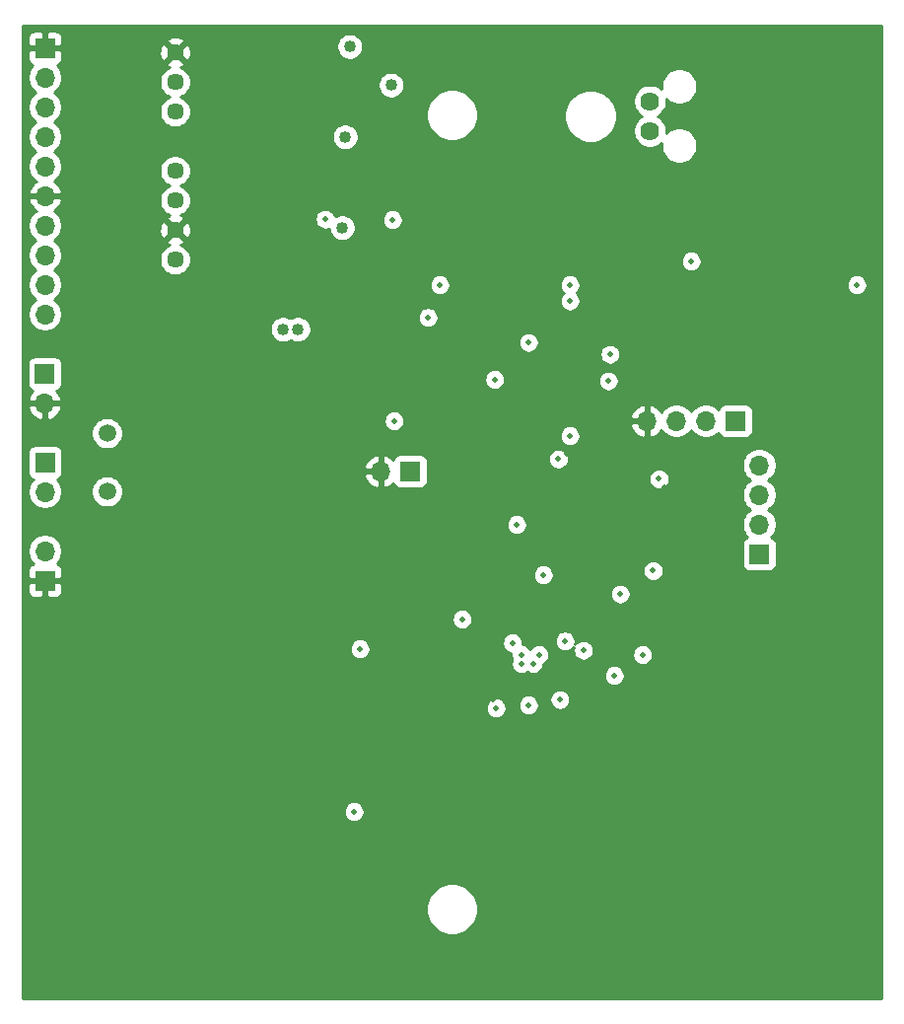
<source format=gbr>
G04 #@! TF.GenerationSoftware,KiCad,Pcbnew,(5.1.5)-3*
G04 #@! TF.CreationDate,2020-03-31T12:47:09-05:00*
G04 #@! TF.ProjectId,digital_pcb,64696769-7461-46c5-9f70-63622e6b6963,rev?*
G04 #@! TF.SameCoordinates,Original*
G04 #@! TF.FileFunction,Copper,L2,Inr*
G04 #@! TF.FilePolarity,Positive*
%FSLAX46Y46*%
G04 Gerber Fmt 4.6, Leading zero omitted, Abs format (unit mm)*
G04 Created by KiCad (PCBNEW (5.1.5)-3) date 2020-03-31 12:47:09*
%MOMM*%
%LPD*%
G04 APERTURE LIST*
%ADD10C,1.620000*%
%ADD11C,1.500000*%
%ADD12R,1.700000X1.700000*%
%ADD13O,1.700000X1.700000*%
%ADD14C,1.450000*%
%ADD15C,0.508000*%
%ADD16C,1.016000*%
%ADD17C,0.254000*%
G04 APERTURE END LIST*
D10*
X170688000Y-60960000D03*
X170688000Y-63500000D03*
D11*
X124079000Y-89448000D03*
X124079000Y-94448000D03*
D12*
X178054000Y-88392000D03*
D13*
X175514000Y-88392000D03*
X172974000Y-88392000D03*
X170434000Y-88392000D03*
X118740000Y-79250000D03*
X118740000Y-76710000D03*
X118740000Y-74170000D03*
X118740000Y-71630000D03*
X118740000Y-69090000D03*
X118740000Y-66550000D03*
X118740000Y-64010000D03*
X118740000Y-61470000D03*
X118740000Y-58930000D03*
D12*
X118740000Y-56390000D03*
D13*
X147574000Y-92710000D03*
D12*
X150114000Y-92710000D03*
D13*
X118745000Y-94488000D03*
D12*
X118745000Y-91948000D03*
D14*
X129921000Y-56769000D03*
X129921000Y-59309000D03*
X129921000Y-61849000D03*
X129921000Y-66929000D03*
X129921000Y-69469000D03*
X129921000Y-72009000D03*
X129921000Y-74549000D03*
D13*
X180086000Y-92202000D03*
X180086000Y-94742000D03*
X180086000Y-97282000D03*
D12*
X180086000Y-99822000D03*
D13*
X118745000Y-99568000D03*
D12*
X118745000Y-102108000D03*
D13*
X118732300Y-86880700D03*
D12*
X118732300Y-84340700D03*
D15*
X174371000Y-91313000D03*
X160020000Y-91948000D03*
X148844000Y-89916000D03*
X158496000Y-88519000D03*
X161036000Y-88265000D03*
X169799000Y-103251000D03*
X168529000Y-99949000D03*
X174498000Y-100330000D03*
X149987000Y-111506000D03*
X162560000Y-120269000D03*
X154940000Y-120269000D03*
X167386000Y-111887000D03*
X167132000Y-76327000D03*
X150495000Y-74168000D03*
X155429443Y-77348657D03*
X160274000Y-79883000D03*
X156591000Y-80518000D03*
X154813000Y-80518000D03*
X153543000Y-78994000D03*
X154813000Y-79121000D03*
X149479000Y-81153000D03*
X152781000Y-84455000D03*
X156591000Y-79502000D03*
X162687000Y-80772000D03*
X169418000Y-79756000D03*
X171958000Y-94107000D03*
X139065000Y-62230000D03*
X145796000Y-109728000D03*
X149352000Y-106172000D03*
X157226000Y-112268000D03*
X158750000Y-104140000D03*
X160528000Y-105156000D03*
X160528000Y-97633600D03*
X163576000Y-91186000D03*
X184704500Y-70819500D03*
X181864000Y-75692000D03*
X184150000Y-76708000D03*
X172212000Y-67564000D03*
D16*
X142748000Y-68072000D03*
X136652000Y-67818000D03*
X122428000Y-81026000D03*
X122428000Y-79756000D03*
D15*
X149098000Y-120142000D03*
X133985000Y-56896000D03*
X134366000Y-58928000D03*
X138557000Y-60198000D03*
X142113000Y-58420000D03*
X142113000Y-59817000D03*
X142748000Y-59055000D03*
X141478000Y-59055000D03*
X146050000Y-60071000D03*
X159258000Y-97282000D03*
X171483000Y-93378000D03*
X162844500Y-91663500D03*
X148717000Y-88392000D03*
X163830000Y-89662000D03*
X168148000Y-103251000D03*
X170974000Y-101251000D03*
X162960600Y-112324000D03*
X152654000Y-76708000D03*
X160274000Y-81661000D03*
X151642000Y-79506000D03*
X167259000Y-82677000D03*
X145796000Y-107950000D03*
X161544000Y-101600000D03*
X188468000Y-76708000D03*
D16*
X139192000Y-80518000D03*
X140462000Y-80518000D03*
D15*
X174244000Y-74676000D03*
X170053000Y-108458000D03*
X167640000Y-110236000D03*
X154559000Y-105410000D03*
D16*
X144272000Y-71813600D03*
D15*
X157480000Y-113030000D03*
D16*
X144526000Y-64008000D03*
D15*
X160274000Y-112776000D03*
X148590000Y-71120000D03*
X142791000Y-71077000D03*
X145288000Y-121920000D03*
X167132000Y-84963000D03*
X157353000Y-84836000D03*
X163830000Y-78105000D03*
X163830000Y-76708000D03*
X164973000Y-108077000D03*
X163410759Y-107276759D03*
X159639000Y-108458000D03*
X161163000Y-108458000D03*
X160655000Y-109220000D03*
X159639000Y-109220000D03*
X158877000Y-107442000D03*
D16*
X144907000Y-56261000D03*
X148463000Y-59563000D03*
D17*
G36*
X190540001Y-137940000D02*
G01*
X116860000Y-137940000D01*
X116860000Y-130079872D01*
X151465000Y-130079872D01*
X151465000Y-130520128D01*
X151550890Y-130951925D01*
X151719369Y-131358669D01*
X151963962Y-131724729D01*
X152275271Y-132036038D01*
X152641331Y-132280631D01*
X153048075Y-132449110D01*
X153479872Y-132535000D01*
X153920128Y-132535000D01*
X154351925Y-132449110D01*
X154758669Y-132280631D01*
X155124729Y-132036038D01*
X155436038Y-131724729D01*
X155680631Y-131358669D01*
X155849110Y-130951925D01*
X155935000Y-130520128D01*
X155935000Y-130079872D01*
X155849110Y-129648075D01*
X155680631Y-129241331D01*
X155436038Y-128875271D01*
X155124729Y-128563962D01*
X154758669Y-128319369D01*
X154351925Y-128150890D01*
X153920128Y-128065000D01*
X153479872Y-128065000D01*
X153048075Y-128150890D01*
X152641331Y-128319369D01*
X152275271Y-128563962D01*
X151963962Y-128875271D01*
X151719369Y-129241331D01*
X151550890Y-129648075D01*
X151465000Y-130079872D01*
X116860000Y-130079872D01*
X116860000Y-121832441D01*
X144399000Y-121832441D01*
X144399000Y-122007559D01*
X144433164Y-122179312D01*
X144500179Y-122341099D01*
X144597469Y-122486704D01*
X144721296Y-122610531D01*
X144866901Y-122707821D01*
X145028688Y-122774836D01*
X145200441Y-122809000D01*
X145375559Y-122809000D01*
X145547312Y-122774836D01*
X145709099Y-122707821D01*
X145854704Y-122610531D01*
X145978531Y-122486704D01*
X146075821Y-122341099D01*
X146142836Y-122179312D01*
X146177000Y-122007559D01*
X146177000Y-121832441D01*
X146142836Y-121660688D01*
X146075821Y-121498901D01*
X145978531Y-121353296D01*
X145854704Y-121229469D01*
X145709099Y-121132179D01*
X145547312Y-121065164D01*
X145375559Y-121031000D01*
X145200441Y-121031000D01*
X145028688Y-121065164D01*
X144866901Y-121132179D01*
X144721296Y-121229469D01*
X144597469Y-121353296D01*
X144500179Y-121498901D01*
X144433164Y-121660688D01*
X144399000Y-121832441D01*
X116860000Y-121832441D01*
X116860000Y-112942441D01*
X156591000Y-112942441D01*
X156591000Y-113117559D01*
X156625164Y-113289312D01*
X156692179Y-113451099D01*
X156789469Y-113596704D01*
X156913296Y-113720531D01*
X157058901Y-113817821D01*
X157220688Y-113884836D01*
X157392441Y-113919000D01*
X157567559Y-113919000D01*
X157739312Y-113884836D01*
X157901099Y-113817821D01*
X158046704Y-113720531D01*
X158170531Y-113596704D01*
X158267821Y-113451099D01*
X158334836Y-113289312D01*
X158369000Y-113117559D01*
X158369000Y-112942441D01*
X158334836Y-112770688D01*
X158300768Y-112688441D01*
X159385000Y-112688441D01*
X159385000Y-112863559D01*
X159419164Y-113035312D01*
X159486179Y-113197099D01*
X159583469Y-113342704D01*
X159707296Y-113466531D01*
X159852901Y-113563821D01*
X160014688Y-113630836D01*
X160186441Y-113665000D01*
X160361559Y-113665000D01*
X160533312Y-113630836D01*
X160695099Y-113563821D01*
X160840704Y-113466531D01*
X160964531Y-113342704D01*
X161061821Y-113197099D01*
X161128836Y-113035312D01*
X161163000Y-112863559D01*
X161163000Y-112688441D01*
X161128836Y-112516688D01*
X161061821Y-112354901D01*
X160982669Y-112236441D01*
X162071600Y-112236441D01*
X162071600Y-112411559D01*
X162105764Y-112583312D01*
X162172779Y-112745099D01*
X162270069Y-112890704D01*
X162393896Y-113014531D01*
X162539501Y-113111821D01*
X162701288Y-113178836D01*
X162873041Y-113213000D01*
X163048159Y-113213000D01*
X163219912Y-113178836D01*
X163381699Y-113111821D01*
X163527304Y-113014531D01*
X163651131Y-112890704D01*
X163748421Y-112745099D01*
X163815436Y-112583312D01*
X163849600Y-112411559D01*
X163849600Y-112236441D01*
X163815436Y-112064688D01*
X163748421Y-111902901D01*
X163651131Y-111757296D01*
X163527304Y-111633469D01*
X163381699Y-111536179D01*
X163219912Y-111469164D01*
X163048159Y-111435000D01*
X162873041Y-111435000D01*
X162701288Y-111469164D01*
X162539501Y-111536179D01*
X162393896Y-111633469D01*
X162270069Y-111757296D01*
X162172779Y-111902901D01*
X162105764Y-112064688D01*
X162071600Y-112236441D01*
X160982669Y-112236441D01*
X160964531Y-112209296D01*
X160840704Y-112085469D01*
X160695099Y-111988179D01*
X160533312Y-111921164D01*
X160361559Y-111887000D01*
X160186441Y-111887000D01*
X160014688Y-111921164D01*
X159852901Y-111988179D01*
X159707296Y-112085469D01*
X159583469Y-112209296D01*
X159486179Y-112354901D01*
X159419164Y-112516688D01*
X159385000Y-112688441D01*
X158300768Y-112688441D01*
X158267821Y-112608901D01*
X158170531Y-112463296D01*
X158046704Y-112339469D01*
X157901099Y-112242179D01*
X157739312Y-112175164D01*
X157567559Y-112141000D01*
X157392441Y-112141000D01*
X157220688Y-112175164D01*
X157058901Y-112242179D01*
X156913296Y-112339469D01*
X156789469Y-112463296D01*
X156692179Y-112608901D01*
X156625164Y-112770688D01*
X156591000Y-112942441D01*
X116860000Y-112942441D01*
X116860000Y-110148441D01*
X166751000Y-110148441D01*
X166751000Y-110323559D01*
X166785164Y-110495312D01*
X166852179Y-110657099D01*
X166949469Y-110802704D01*
X167073296Y-110926531D01*
X167218901Y-111023821D01*
X167380688Y-111090836D01*
X167552441Y-111125000D01*
X167727559Y-111125000D01*
X167899312Y-111090836D01*
X168061099Y-111023821D01*
X168206704Y-110926531D01*
X168330531Y-110802704D01*
X168427821Y-110657099D01*
X168494836Y-110495312D01*
X168529000Y-110323559D01*
X168529000Y-110148441D01*
X168494836Y-109976688D01*
X168427821Y-109814901D01*
X168330531Y-109669296D01*
X168206704Y-109545469D01*
X168061099Y-109448179D01*
X167899312Y-109381164D01*
X167727559Y-109347000D01*
X167552441Y-109347000D01*
X167380688Y-109381164D01*
X167218901Y-109448179D01*
X167073296Y-109545469D01*
X166949469Y-109669296D01*
X166852179Y-109814901D01*
X166785164Y-109976688D01*
X166751000Y-110148441D01*
X116860000Y-110148441D01*
X116860000Y-107862441D01*
X144907000Y-107862441D01*
X144907000Y-108037559D01*
X144941164Y-108209312D01*
X145008179Y-108371099D01*
X145105469Y-108516704D01*
X145229296Y-108640531D01*
X145374901Y-108737821D01*
X145536688Y-108804836D01*
X145708441Y-108839000D01*
X145883559Y-108839000D01*
X146055312Y-108804836D01*
X146217099Y-108737821D01*
X146362704Y-108640531D01*
X146486531Y-108516704D01*
X146583821Y-108371099D01*
X146650836Y-108209312D01*
X146685000Y-108037559D01*
X146685000Y-107862441D01*
X146650836Y-107690688D01*
X146583821Y-107528901D01*
X146486531Y-107383296D01*
X146457676Y-107354441D01*
X157988000Y-107354441D01*
X157988000Y-107529559D01*
X158022164Y-107701312D01*
X158089179Y-107863099D01*
X158186469Y-108008704D01*
X158310296Y-108132531D01*
X158455901Y-108229821D01*
X158617688Y-108296836D01*
X158759048Y-108324954D01*
X158750000Y-108370441D01*
X158750000Y-108545559D01*
X158784164Y-108717312D01*
X158834569Y-108839000D01*
X158784164Y-108960688D01*
X158750000Y-109132441D01*
X158750000Y-109307559D01*
X158784164Y-109479312D01*
X158851179Y-109641099D01*
X158948469Y-109786704D01*
X159072296Y-109910531D01*
X159217901Y-110007821D01*
X159379688Y-110074836D01*
X159551441Y-110109000D01*
X159726559Y-110109000D01*
X159898312Y-110074836D01*
X160060099Y-110007821D01*
X160147000Y-109949756D01*
X160233901Y-110007821D01*
X160395688Y-110074836D01*
X160567441Y-110109000D01*
X160742559Y-110109000D01*
X160914312Y-110074836D01*
X161076099Y-110007821D01*
X161221704Y-109910531D01*
X161345531Y-109786704D01*
X161442821Y-109641099D01*
X161509836Y-109479312D01*
X161544000Y-109307559D01*
X161544000Y-109262431D01*
X161584099Y-109245821D01*
X161729704Y-109148531D01*
X161853531Y-109024704D01*
X161950821Y-108879099D01*
X162017836Y-108717312D01*
X162052000Y-108545559D01*
X162052000Y-108370441D01*
X162017836Y-108198688D01*
X161950821Y-108036901D01*
X161853531Y-107891296D01*
X161729704Y-107767469D01*
X161584099Y-107670179D01*
X161422312Y-107603164D01*
X161250559Y-107569000D01*
X161075441Y-107569000D01*
X160903688Y-107603164D01*
X160741901Y-107670179D01*
X160596296Y-107767469D01*
X160472469Y-107891296D01*
X160401000Y-107998257D01*
X160329531Y-107891296D01*
X160205704Y-107767469D01*
X160060099Y-107670179D01*
X159898312Y-107603164D01*
X159756952Y-107575046D01*
X159766000Y-107529559D01*
X159766000Y-107354441D01*
X159733132Y-107189200D01*
X162521759Y-107189200D01*
X162521759Y-107364318D01*
X162555923Y-107536071D01*
X162622938Y-107697858D01*
X162720228Y-107843463D01*
X162844055Y-107967290D01*
X162989660Y-108064580D01*
X163151447Y-108131595D01*
X163323200Y-108165759D01*
X163498318Y-108165759D01*
X163670071Y-108131595D01*
X163831858Y-108064580D01*
X163977463Y-107967290D01*
X164101290Y-107843463D01*
X164118016Y-107818430D01*
X164084000Y-107989441D01*
X164084000Y-108164559D01*
X164118164Y-108336312D01*
X164185179Y-108498099D01*
X164282469Y-108643704D01*
X164406296Y-108767531D01*
X164551901Y-108864821D01*
X164713688Y-108931836D01*
X164885441Y-108966000D01*
X165060559Y-108966000D01*
X165232312Y-108931836D01*
X165394099Y-108864821D01*
X165539704Y-108767531D01*
X165663531Y-108643704D01*
X165760821Y-108498099D01*
X165813699Y-108370441D01*
X169164000Y-108370441D01*
X169164000Y-108545559D01*
X169198164Y-108717312D01*
X169265179Y-108879099D01*
X169362469Y-109024704D01*
X169486296Y-109148531D01*
X169631901Y-109245821D01*
X169793688Y-109312836D01*
X169965441Y-109347000D01*
X170140559Y-109347000D01*
X170312312Y-109312836D01*
X170474099Y-109245821D01*
X170619704Y-109148531D01*
X170743531Y-109024704D01*
X170840821Y-108879099D01*
X170907836Y-108717312D01*
X170942000Y-108545559D01*
X170942000Y-108370441D01*
X170907836Y-108198688D01*
X170840821Y-108036901D01*
X170743531Y-107891296D01*
X170619704Y-107767469D01*
X170474099Y-107670179D01*
X170312312Y-107603164D01*
X170140559Y-107569000D01*
X169965441Y-107569000D01*
X169793688Y-107603164D01*
X169631901Y-107670179D01*
X169486296Y-107767469D01*
X169362469Y-107891296D01*
X169265179Y-108036901D01*
X169198164Y-108198688D01*
X169164000Y-108370441D01*
X165813699Y-108370441D01*
X165827836Y-108336312D01*
X165862000Y-108164559D01*
X165862000Y-107989441D01*
X165827836Y-107817688D01*
X165760821Y-107655901D01*
X165663531Y-107510296D01*
X165539704Y-107386469D01*
X165394099Y-107289179D01*
X165232312Y-107222164D01*
X165060559Y-107188000D01*
X164885441Y-107188000D01*
X164713688Y-107222164D01*
X164551901Y-107289179D01*
X164406296Y-107386469D01*
X164282469Y-107510296D01*
X164265743Y-107535329D01*
X164299759Y-107364318D01*
X164299759Y-107189200D01*
X164265595Y-107017447D01*
X164198580Y-106855660D01*
X164101290Y-106710055D01*
X163977463Y-106586228D01*
X163831858Y-106488938D01*
X163670071Y-106421923D01*
X163498318Y-106387759D01*
X163323200Y-106387759D01*
X163151447Y-106421923D01*
X162989660Y-106488938D01*
X162844055Y-106586228D01*
X162720228Y-106710055D01*
X162622938Y-106855660D01*
X162555923Y-107017447D01*
X162521759Y-107189200D01*
X159733132Y-107189200D01*
X159731836Y-107182688D01*
X159664821Y-107020901D01*
X159567531Y-106875296D01*
X159443704Y-106751469D01*
X159298099Y-106654179D01*
X159136312Y-106587164D01*
X158964559Y-106553000D01*
X158789441Y-106553000D01*
X158617688Y-106587164D01*
X158455901Y-106654179D01*
X158310296Y-106751469D01*
X158186469Y-106875296D01*
X158089179Y-107020901D01*
X158022164Y-107182688D01*
X157988000Y-107354441D01*
X146457676Y-107354441D01*
X146362704Y-107259469D01*
X146217099Y-107162179D01*
X146055312Y-107095164D01*
X145883559Y-107061000D01*
X145708441Y-107061000D01*
X145536688Y-107095164D01*
X145374901Y-107162179D01*
X145229296Y-107259469D01*
X145105469Y-107383296D01*
X145008179Y-107528901D01*
X144941164Y-107690688D01*
X144907000Y-107862441D01*
X116860000Y-107862441D01*
X116860000Y-105322441D01*
X153670000Y-105322441D01*
X153670000Y-105497559D01*
X153704164Y-105669312D01*
X153771179Y-105831099D01*
X153868469Y-105976704D01*
X153992296Y-106100531D01*
X154137901Y-106197821D01*
X154299688Y-106264836D01*
X154471441Y-106299000D01*
X154646559Y-106299000D01*
X154818312Y-106264836D01*
X154980099Y-106197821D01*
X155125704Y-106100531D01*
X155249531Y-105976704D01*
X155346821Y-105831099D01*
X155413836Y-105669312D01*
X155448000Y-105497559D01*
X155448000Y-105322441D01*
X155413836Y-105150688D01*
X155346821Y-104988901D01*
X155249531Y-104843296D01*
X155125704Y-104719469D01*
X154980099Y-104622179D01*
X154818312Y-104555164D01*
X154646559Y-104521000D01*
X154471441Y-104521000D01*
X154299688Y-104555164D01*
X154137901Y-104622179D01*
X153992296Y-104719469D01*
X153868469Y-104843296D01*
X153771179Y-104988901D01*
X153704164Y-105150688D01*
X153670000Y-105322441D01*
X116860000Y-105322441D01*
X116860000Y-102958000D01*
X117256928Y-102958000D01*
X117269188Y-103082482D01*
X117305498Y-103202180D01*
X117364463Y-103312494D01*
X117443815Y-103409185D01*
X117540506Y-103488537D01*
X117650820Y-103547502D01*
X117770518Y-103583812D01*
X117895000Y-103596072D01*
X118459250Y-103593000D01*
X118618000Y-103434250D01*
X118618000Y-102235000D01*
X118872000Y-102235000D01*
X118872000Y-103434250D01*
X119030750Y-103593000D01*
X119595000Y-103596072D01*
X119719482Y-103583812D01*
X119839180Y-103547502D01*
X119949494Y-103488537D01*
X120046185Y-103409185D01*
X120125537Y-103312494D01*
X120184502Y-103202180D01*
X120196253Y-103163441D01*
X167259000Y-103163441D01*
X167259000Y-103338559D01*
X167293164Y-103510312D01*
X167360179Y-103672099D01*
X167457469Y-103817704D01*
X167581296Y-103941531D01*
X167726901Y-104038821D01*
X167888688Y-104105836D01*
X168060441Y-104140000D01*
X168235559Y-104140000D01*
X168407312Y-104105836D01*
X168569099Y-104038821D01*
X168714704Y-103941531D01*
X168838531Y-103817704D01*
X168935821Y-103672099D01*
X169002836Y-103510312D01*
X169037000Y-103338559D01*
X169037000Y-103163441D01*
X169002836Y-102991688D01*
X168935821Y-102829901D01*
X168838531Y-102684296D01*
X168714704Y-102560469D01*
X168569099Y-102463179D01*
X168407312Y-102396164D01*
X168235559Y-102362000D01*
X168060441Y-102362000D01*
X167888688Y-102396164D01*
X167726901Y-102463179D01*
X167581296Y-102560469D01*
X167457469Y-102684296D01*
X167360179Y-102829901D01*
X167293164Y-102991688D01*
X167259000Y-103163441D01*
X120196253Y-103163441D01*
X120220812Y-103082482D01*
X120233072Y-102958000D01*
X120230000Y-102393750D01*
X120071250Y-102235000D01*
X118872000Y-102235000D01*
X118618000Y-102235000D01*
X117418750Y-102235000D01*
X117260000Y-102393750D01*
X117256928Y-102958000D01*
X116860000Y-102958000D01*
X116860000Y-101258000D01*
X117256928Y-101258000D01*
X117260000Y-101822250D01*
X117418750Y-101981000D01*
X118618000Y-101981000D01*
X118618000Y-101961000D01*
X118872000Y-101961000D01*
X118872000Y-101981000D01*
X120071250Y-101981000D01*
X120230000Y-101822250D01*
X120231686Y-101512441D01*
X160655000Y-101512441D01*
X160655000Y-101687559D01*
X160689164Y-101859312D01*
X160756179Y-102021099D01*
X160853469Y-102166704D01*
X160977296Y-102290531D01*
X161122901Y-102387821D01*
X161284688Y-102454836D01*
X161456441Y-102489000D01*
X161631559Y-102489000D01*
X161803312Y-102454836D01*
X161965099Y-102387821D01*
X162110704Y-102290531D01*
X162234531Y-102166704D01*
X162331821Y-102021099D01*
X162398836Y-101859312D01*
X162433000Y-101687559D01*
X162433000Y-101512441D01*
X162398836Y-101340688D01*
X162331821Y-101178901D01*
X162321491Y-101163441D01*
X170085000Y-101163441D01*
X170085000Y-101338559D01*
X170119164Y-101510312D01*
X170186179Y-101672099D01*
X170283469Y-101817704D01*
X170407296Y-101941531D01*
X170552901Y-102038821D01*
X170714688Y-102105836D01*
X170886441Y-102140000D01*
X171061559Y-102140000D01*
X171233312Y-102105836D01*
X171395099Y-102038821D01*
X171540704Y-101941531D01*
X171664531Y-101817704D01*
X171761821Y-101672099D01*
X171828836Y-101510312D01*
X171863000Y-101338559D01*
X171863000Y-101163441D01*
X171828836Y-100991688D01*
X171761821Y-100829901D01*
X171664531Y-100684296D01*
X171540704Y-100560469D01*
X171395099Y-100463179D01*
X171233312Y-100396164D01*
X171061559Y-100362000D01*
X170886441Y-100362000D01*
X170714688Y-100396164D01*
X170552901Y-100463179D01*
X170407296Y-100560469D01*
X170283469Y-100684296D01*
X170186179Y-100829901D01*
X170119164Y-100991688D01*
X170085000Y-101163441D01*
X162321491Y-101163441D01*
X162234531Y-101033296D01*
X162110704Y-100909469D01*
X161965099Y-100812179D01*
X161803312Y-100745164D01*
X161631559Y-100711000D01*
X161456441Y-100711000D01*
X161284688Y-100745164D01*
X161122901Y-100812179D01*
X160977296Y-100909469D01*
X160853469Y-101033296D01*
X160756179Y-101178901D01*
X160689164Y-101340688D01*
X160655000Y-101512441D01*
X120231686Y-101512441D01*
X120233072Y-101258000D01*
X120220812Y-101133518D01*
X120184502Y-101013820D01*
X120125537Y-100903506D01*
X120046185Y-100806815D01*
X119949494Y-100727463D01*
X119839180Y-100668498D01*
X119766620Y-100646487D01*
X119898475Y-100514632D01*
X120060990Y-100271411D01*
X120172932Y-100001158D01*
X120230000Y-99714260D01*
X120230000Y-99421740D01*
X120172932Y-99134842D01*
X120105481Y-98972000D01*
X178597928Y-98972000D01*
X178597928Y-100672000D01*
X178610188Y-100796482D01*
X178646498Y-100916180D01*
X178705463Y-101026494D01*
X178784815Y-101123185D01*
X178881506Y-101202537D01*
X178991820Y-101261502D01*
X179111518Y-101297812D01*
X179236000Y-101310072D01*
X180936000Y-101310072D01*
X181060482Y-101297812D01*
X181180180Y-101261502D01*
X181290494Y-101202537D01*
X181387185Y-101123185D01*
X181466537Y-101026494D01*
X181525502Y-100916180D01*
X181561812Y-100796482D01*
X181574072Y-100672000D01*
X181574072Y-98972000D01*
X181561812Y-98847518D01*
X181525502Y-98727820D01*
X181466537Y-98617506D01*
X181387185Y-98520815D01*
X181290494Y-98441463D01*
X181180180Y-98382498D01*
X181107620Y-98360487D01*
X181239475Y-98228632D01*
X181401990Y-97985411D01*
X181513932Y-97715158D01*
X181571000Y-97428260D01*
X181571000Y-97135740D01*
X181513932Y-96848842D01*
X181401990Y-96578589D01*
X181239475Y-96335368D01*
X181032632Y-96128525D01*
X180858240Y-96012000D01*
X181032632Y-95895475D01*
X181239475Y-95688632D01*
X181401990Y-95445411D01*
X181513932Y-95175158D01*
X181571000Y-94888260D01*
X181571000Y-94595740D01*
X181513932Y-94308842D01*
X181401990Y-94038589D01*
X181239475Y-93795368D01*
X181032632Y-93588525D01*
X180858240Y-93472000D01*
X181032632Y-93355475D01*
X181239475Y-93148632D01*
X181401990Y-92905411D01*
X181513932Y-92635158D01*
X181571000Y-92348260D01*
X181571000Y-92055740D01*
X181513932Y-91768842D01*
X181401990Y-91498589D01*
X181239475Y-91255368D01*
X181032632Y-91048525D01*
X180789411Y-90886010D01*
X180519158Y-90774068D01*
X180232260Y-90717000D01*
X179939740Y-90717000D01*
X179652842Y-90774068D01*
X179382589Y-90886010D01*
X179139368Y-91048525D01*
X178932525Y-91255368D01*
X178770010Y-91498589D01*
X178658068Y-91768842D01*
X178601000Y-92055740D01*
X178601000Y-92348260D01*
X178658068Y-92635158D01*
X178770010Y-92905411D01*
X178932525Y-93148632D01*
X179139368Y-93355475D01*
X179313760Y-93472000D01*
X179139368Y-93588525D01*
X178932525Y-93795368D01*
X178770010Y-94038589D01*
X178658068Y-94308842D01*
X178601000Y-94595740D01*
X178601000Y-94888260D01*
X178658068Y-95175158D01*
X178770010Y-95445411D01*
X178932525Y-95688632D01*
X179139368Y-95895475D01*
X179313760Y-96012000D01*
X179139368Y-96128525D01*
X178932525Y-96335368D01*
X178770010Y-96578589D01*
X178658068Y-96848842D01*
X178601000Y-97135740D01*
X178601000Y-97428260D01*
X178658068Y-97715158D01*
X178770010Y-97985411D01*
X178932525Y-98228632D01*
X179064380Y-98360487D01*
X178991820Y-98382498D01*
X178881506Y-98441463D01*
X178784815Y-98520815D01*
X178705463Y-98617506D01*
X178646498Y-98727820D01*
X178610188Y-98847518D01*
X178597928Y-98972000D01*
X120105481Y-98972000D01*
X120060990Y-98864589D01*
X119898475Y-98621368D01*
X119691632Y-98414525D01*
X119448411Y-98252010D01*
X119178158Y-98140068D01*
X118891260Y-98083000D01*
X118598740Y-98083000D01*
X118311842Y-98140068D01*
X118041589Y-98252010D01*
X117798368Y-98414525D01*
X117591525Y-98621368D01*
X117429010Y-98864589D01*
X117317068Y-99134842D01*
X117260000Y-99421740D01*
X117260000Y-99714260D01*
X117317068Y-100001158D01*
X117429010Y-100271411D01*
X117591525Y-100514632D01*
X117723380Y-100646487D01*
X117650820Y-100668498D01*
X117540506Y-100727463D01*
X117443815Y-100806815D01*
X117364463Y-100903506D01*
X117305498Y-101013820D01*
X117269188Y-101133518D01*
X117256928Y-101258000D01*
X116860000Y-101258000D01*
X116860000Y-97194441D01*
X158369000Y-97194441D01*
X158369000Y-97369559D01*
X158403164Y-97541312D01*
X158470179Y-97703099D01*
X158567469Y-97848704D01*
X158691296Y-97972531D01*
X158836901Y-98069821D01*
X158998688Y-98136836D01*
X159170441Y-98171000D01*
X159345559Y-98171000D01*
X159517312Y-98136836D01*
X159679099Y-98069821D01*
X159824704Y-97972531D01*
X159948531Y-97848704D01*
X160045821Y-97703099D01*
X160112836Y-97541312D01*
X160147000Y-97369559D01*
X160147000Y-97194441D01*
X160112836Y-97022688D01*
X160045821Y-96860901D01*
X159948531Y-96715296D01*
X159824704Y-96591469D01*
X159679099Y-96494179D01*
X159517312Y-96427164D01*
X159345559Y-96393000D01*
X159170441Y-96393000D01*
X158998688Y-96427164D01*
X158836901Y-96494179D01*
X158691296Y-96591469D01*
X158567469Y-96715296D01*
X158470179Y-96860901D01*
X158403164Y-97022688D01*
X158369000Y-97194441D01*
X116860000Y-97194441D01*
X116860000Y-91098000D01*
X117256928Y-91098000D01*
X117256928Y-92798000D01*
X117269188Y-92922482D01*
X117305498Y-93042180D01*
X117364463Y-93152494D01*
X117443815Y-93249185D01*
X117540506Y-93328537D01*
X117650820Y-93387502D01*
X117723380Y-93409513D01*
X117591525Y-93541368D01*
X117429010Y-93784589D01*
X117317068Y-94054842D01*
X117260000Y-94341740D01*
X117260000Y-94634260D01*
X117317068Y-94921158D01*
X117429010Y-95191411D01*
X117591525Y-95434632D01*
X117798368Y-95641475D01*
X118041589Y-95803990D01*
X118311842Y-95915932D01*
X118598740Y-95973000D01*
X118891260Y-95973000D01*
X119178158Y-95915932D01*
X119448411Y-95803990D01*
X119691632Y-95641475D01*
X119898475Y-95434632D01*
X120060990Y-95191411D01*
X120172932Y-94921158D01*
X120230000Y-94634260D01*
X120230000Y-94341740D01*
X120224003Y-94311589D01*
X122694000Y-94311589D01*
X122694000Y-94584411D01*
X122747225Y-94851989D01*
X122851629Y-95104043D01*
X123003201Y-95330886D01*
X123196114Y-95523799D01*
X123422957Y-95675371D01*
X123675011Y-95779775D01*
X123942589Y-95833000D01*
X124215411Y-95833000D01*
X124482989Y-95779775D01*
X124735043Y-95675371D01*
X124961886Y-95523799D01*
X125154799Y-95330886D01*
X125306371Y-95104043D01*
X125410775Y-94851989D01*
X125464000Y-94584411D01*
X125464000Y-94311589D01*
X125410775Y-94044011D01*
X125306371Y-93791957D01*
X125154799Y-93565114D01*
X124961886Y-93372201D01*
X124735043Y-93220629D01*
X124482989Y-93116225D01*
X124234973Y-93066891D01*
X146132519Y-93066891D01*
X146229843Y-93341252D01*
X146378822Y-93591355D01*
X146573731Y-93807588D01*
X146807080Y-93981641D01*
X147069901Y-94106825D01*
X147217110Y-94151476D01*
X147447000Y-94030155D01*
X147447000Y-92837000D01*
X146253186Y-92837000D01*
X146132519Y-93066891D01*
X124234973Y-93066891D01*
X124215411Y-93063000D01*
X123942589Y-93063000D01*
X123675011Y-93116225D01*
X123422957Y-93220629D01*
X123196114Y-93372201D01*
X123003201Y-93565114D01*
X122851629Y-93791957D01*
X122747225Y-94044011D01*
X122694000Y-94311589D01*
X120224003Y-94311589D01*
X120172932Y-94054842D01*
X120060990Y-93784589D01*
X119898475Y-93541368D01*
X119766620Y-93409513D01*
X119839180Y-93387502D01*
X119949494Y-93328537D01*
X120046185Y-93249185D01*
X120125537Y-93152494D01*
X120184502Y-93042180D01*
X120220812Y-92922482D01*
X120233072Y-92798000D01*
X120233072Y-92353109D01*
X146132519Y-92353109D01*
X146253186Y-92583000D01*
X147447000Y-92583000D01*
X147447000Y-91389845D01*
X147701000Y-91389845D01*
X147701000Y-92583000D01*
X147721000Y-92583000D01*
X147721000Y-92837000D01*
X147701000Y-92837000D01*
X147701000Y-94030155D01*
X147930890Y-94151476D01*
X148078099Y-94106825D01*
X148340920Y-93981641D01*
X148574269Y-93807588D01*
X148650034Y-93723534D01*
X148674498Y-93804180D01*
X148733463Y-93914494D01*
X148812815Y-94011185D01*
X148909506Y-94090537D01*
X149019820Y-94149502D01*
X149139518Y-94185812D01*
X149264000Y-94198072D01*
X150964000Y-94198072D01*
X151088482Y-94185812D01*
X151208180Y-94149502D01*
X151318494Y-94090537D01*
X151415185Y-94011185D01*
X151494537Y-93914494D01*
X151553502Y-93804180D01*
X151589812Y-93684482D01*
X151602072Y-93560000D01*
X151602072Y-93290441D01*
X170594000Y-93290441D01*
X170594000Y-93465559D01*
X170628164Y-93637312D01*
X170695179Y-93799099D01*
X170792469Y-93944704D01*
X170916296Y-94068531D01*
X171061901Y-94165821D01*
X171223688Y-94232836D01*
X171395441Y-94267000D01*
X171570559Y-94267000D01*
X171742312Y-94232836D01*
X171904099Y-94165821D01*
X172049704Y-94068531D01*
X172173531Y-93944704D01*
X172270821Y-93799099D01*
X172337836Y-93637312D01*
X172372000Y-93465559D01*
X172372000Y-93290441D01*
X172337836Y-93118688D01*
X172270821Y-92956901D01*
X172173531Y-92811296D01*
X172049704Y-92687469D01*
X171904099Y-92590179D01*
X171742312Y-92523164D01*
X171570559Y-92489000D01*
X171395441Y-92489000D01*
X171223688Y-92523164D01*
X171061901Y-92590179D01*
X170916296Y-92687469D01*
X170792469Y-92811296D01*
X170695179Y-92956901D01*
X170628164Y-93118688D01*
X170594000Y-93290441D01*
X151602072Y-93290441D01*
X151602072Y-91860000D01*
X151589812Y-91735518D01*
X151553502Y-91615820D01*
X151532186Y-91575941D01*
X161955500Y-91575941D01*
X161955500Y-91751059D01*
X161989664Y-91922812D01*
X162056679Y-92084599D01*
X162153969Y-92230204D01*
X162277796Y-92354031D01*
X162423401Y-92451321D01*
X162585188Y-92518336D01*
X162756941Y-92552500D01*
X162932059Y-92552500D01*
X163103812Y-92518336D01*
X163265599Y-92451321D01*
X163411204Y-92354031D01*
X163535031Y-92230204D01*
X163632321Y-92084599D01*
X163699336Y-91922812D01*
X163733500Y-91751059D01*
X163733500Y-91575941D01*
X163699336Y-91404188D01*
X163632321Y-91242401D01*
X163535031Y-91096796D01*
X163411204Y-90972969D01*
X163265599Y-90875679D01*
X163103812Y-90808664D01*
X162932059Y-90774500D01*
X162756941Y-90774500D01*
X162585188Y-90808664D01*
X162423401Y-90875679D01*
X162277796Y-90972969D01*
X162153969Y-91096796D01*
X162056679Y-91242401D01*
X161989664Y-91404188D01*
X161955500Y-91575941D01*
X151532186Y-91575941D01*
X151494537Y-91505506D01*
X151415185Y-91408815D01*
X151318494Y-91329463D01*
X151208180Y-91270498D01*
X151088482Y-91234188D01*
X150964000Y-91221928D01*
X149264000Y-91221928D01*
X149139518Y-91234188D01*
X149019820Y-91270498D01*
X148909506Y-91329463D01*
X148812815Y-91408815D01*
X148733463Y-91505506D01*
X148674498Y-91615820D01*
X148650034Y-91696466D01*
X148574269Y-91612412D01*
X148340920Y-91438359D01*
X148078099Y-91313175D01*
X147930890Y-91268524D01*
X147701000Y-91389845D01*
X147447000Y-91389845D01*
X147217110Y-91268524D01*
X147069901Y-91313175D01*
X146807080Y-91438359D01*
X146573731Y-91612412D01*
X146378822Y-91828645D01*
X146229843Y-92078748D01*
X146132519Y-92353109D01*
X120233072Y-92353109D01*
X120233072Y-91098000D01*
X120220812Y-90973518D01*
X120184502Y-90853820D01*
X120125537Y-90743506D01*
X120046185Y-90646815D01*
X119949494Y-90567463D01*
X119839180Y-90508498D01*
X119719482Y-90472188D01*
X119595000Y-90459928D01*
X117895000Y-90459928D01*
X117770518Y-90472188D01*
X117650820Y-90508498D01*
X117540506Y-90567463D01*
X117443815Y-90646815D01*
X117364463Y-90743506D01*
X117305498Y-90853820D01*
X117269188Y-90973518D01*
X117256928Y-91098000D01*
X116860000Y-91098000D01*
X116860000Y-89311589D01*
X122694000Y-89311589D01*
X122694000Y-89584411D01*
X122747225Y-89851989D01*
X122851629Y-90104043D01*
X123003201Y-90330886D01*
X123196114Y-90523799D01*
X123422957Y-90675371D01*
X123675011Y-90779775D01*
X123942589Y-90833000D01*
X124215411Y-90833000D01*
X124482989Y-90779775D01*
X124735043Y-90675371D01*
X124961886Y-90523799D01*
X125154799Y-90330886D01*
X125306371Y-90104043D01*
X125410775Y-89851989D01*
X125464000Y-89584411D01*
X125464000Y-89574441D01*
X162941000Y-89574441D01*
X162941000Y-89749559D01*
X162975164Y-89921312D01*
X163042179Y-90083099D01*
X163139469Y-90228704D01*
X163263296Y-90352531D01*
X163408901Y-90449821D01*
X163570688Y-90516836D01*
X163742441Y-90551000D01*
X163917559Y-90551000D01*
X164089312Y-90516836D01*
X164251099Y-90449821D01*
X164396704Y-90352531D01*
X164520531Y-90228704D01*
X164617821Y-90083099D01*
X164684836Y-89921312D01*
X164719000Y-89749559D01*
X164719000Y-89574441D01*
X164684836Y-89402688D01*
X164617821Y-89240901D01*
X164520531Y-89095296D01*
X164396704Y-88971469D01*
X164251099Y-88874179D01*
X164089312Y-88807164D01*
X163917559Y-88773000D01*
X163742441Y-88773000D01*
X163570688Y-88807164D01*
X163408901Y-88874179D01*
X163263296Y-88971469D01*
X163139469Y-89095296D01*
X163042179Y-89240901D01*
X162975164Y-89402688D01*
X162941000Y-89574441D01*
X125464000Y-89574441D01*
X125464000Y-89311589D01*
X125410775Y-89044011D01*
X125306371Y-88791957D01*
X125154799Y-88565114D01*
X124961886Y-88372201D01*
X124860477Y-88304441D01*
X147828000Y-88304441D01*
X147828000Y-88479559D01*
X147862164Y-88651312D01*
X147929179Y-88813099D01*
X148026469Y-88958704D01*
X148150296Y-89082531D01*
X148295901Y-89179821D01*
X148457688Y-89246836D01*
X148629441Y-89281000D01*
X148804559Y-89281000D01*
X148976312Y-89246836D01*
X149138099Y-89179821D01*
X149283704Y-89082531D01*
X149407531Y-88958704D01*
X149504821Y-88813099D01*
X149531417Y-88748891D01*
X168992519Y-88748891D01*
X169089843Y-89023252D01*
X169238822Y-89273355D01*
X169433731Y-89489588D01*
X169667080Y-89663641D01*
X169929901Y-89788825D01*
X170077110Y-89833476D01*
X170307000Y-89712155D01*
X170307000Y-88519000D01*
X169113186Y-88519000D01*
X168992519Y-88748891D01*
X149531417Y-88748891D01*
X149571836Y-88651312D01*
X149606000Y-88479559D01*
X149606000Y-88304441D01*
X149571836Y-88132688D01*
X149531418Y-88035109D01*
X168992519Y-88035109D01*
X169113186Y-88265000D01*
X170307000Y-88265000D01*
X170307000Y-87071845D01*
X170561000Y-87071845D01*
X170561000Y-88265000D01*
X170581000Y-88265000D01*
X170581000Y-88519000D01*
X170561000Y-88519000D01*
X170561000Y-89712155D01*
X170790890Y-89833476D01*
X170938099Y-89788825D01*
X171200920Y-89663641D01*
X171434269Y-89489588D01*
X171629178Y-89273355D01*
X171698805Y-89156466D01*
X171820525Y-89338632D01*
X172027368Y-89545475D01*
X172270589Y-89707990D01*
X172540842Y-89819932D01*
X172827740Y-89877000D01*
X173120260Y-89877000D01*
X173407158Y-89819932D01*
X173677411Y-89707990D01*
X173920632Y-89545475D01*
X174127475Y-89338632D01*
X174244000Y-89164240D01*
X174360525Y-89338632D01*
X174567368Y-89545475D01*
X174810589Y-89707990D01*
X175080842Y-89819932D01*
X175367740Y-89877000D01*
X175660260Y-89877000D01*
X175947158Y-89819932D01*
X176217411Y-89707990D01*
X176460632Y-89545475D01*
X176592487Y-89413620D01*
X176614498Y-89486180D01*
X176673463Y-89596494D01*
X176752815Y-89693185D01*
X176849506Y-89772537D01*
X176959820Y-89831502D01*
X177079518Y-89867812D01*
X177204000Y-89880072D01*
X178904000Y-89880072D01*
X179028482Y-89867812D01*
X179148180Y-89831502D01*
X179258494Y-89772537D01*
X179355185Y-89693185D01*
X179434537Y-89596494D01*
X179493502Y-89486180D01*
X179529812Y-89366482D01*
X179542072Y-89242000D01*
X179542072Y-87542000D01*
X179529812Y-87417518D01*
X179493502Y-87297820D01*
X179434537Y-87187506D01*
X179355185Y-87090815D01*
X179258494Y-87011463D01*
X179148180Y-86952498D01*
X179028482Y-86916188D01*
X178904000Y-86903928D01*
X177204000Y-86903928D01*
X177079518Y-86916188D01*
X176959820Y-86952498D01*
X176849506Y-87011463D01*
X176752815Y-87090815D01*
X176673463Y-87187506D01*
X176614498Y-87297820D01*
X176592487Y-87370380D01*
X176460632Y-87238525D01*
X176217411Y-87076010D01*
X175947158Y-86964068D01*
X175660260Y-86907000D01*
X175367740Y-86907000D01*
X175080842Y-86964068D01*
X174810589Y-87076010D01*
X174567368Y-87238525D01*
X174360525Y-87445368D01*
X174244000Y-87619760D01*
X174127475Y-87445368D01*
X173920632Y-87238525D01*
X173677411Y-87076010D01*
X173407158Y-86964068D01*
X173120260Y-86907000D01*
X172827740Y-86907000D01*
X172540842Y-86964068D01*
X172270589Y-87076010D01*
X172027368Y-87238525D01*
X171820525Y-87445368D01*
X171698805Y-87627534D01*
X171629178Y-87510645D01*
X171434269Y-87294412D01*
X171200920Y-87120359D01*
X170938099Y-86995175D01*
X170790890Y-86950524D01*
X170561000Y-87071845D01*
X170307000Y-87071845D01*
X170077110Y-86950524D01*
X169929901Y-86995175D01*
X169667080Y-87120359D01*
X169433731Y-87294412D01*
X169238822Y-87510645D01*
X169089843Y-87760748D01*
X168992519Y-88035109D01*
X149531418Y-88035109D01*
X149504821Y-87970901D01*
X149407531Y-87825296D01*
X149283704Y-87701469D01*
X149138099Y-87604179D01*
X148976312Y-87537164D01*
X148804559Y-87503000D01*
X148629441Y-87503000D01*
X148457688Y-87537164D01*
X148295901Y-87604179D01*
X148150296Y-87701469D01*
X148026469Y-87825296D01*
X147929179Y-87970901D01*
X147862164Y-88132688D01*
X147828000Y-88304441D01*
X124860477Y-88304441D01*
X124735043Y-88220629D01*
X124482989Y-88116225D01*
X124215411Y-88063000D01*
X123942589Y-88063000D01*
X123675011Y-88116225D01*
X123422957Y-88220629D01*
X123196114Y-88372201D01*
X123003201Y-88565114D01*
X122851629Y-88791957D01*
X122747225Y-89044011D01*
X122694000Y-89311589D01*
X116860000Y-89311589D01*
X116860000Y-87237590D01*
X117290824Y-87237590D01*
X117335475Y-87384799D01*
X117460659Y-87647620D01*
X117634712Y-87880969D01*
X117850945Y-88075878D01*
X118101048Y-88224857D01*
X118375409Y-88322181D01*
X118605300Y-88201514D01*
X118605300Y-87007700D01*
X118859300Y-87007700D01*
X118859300Y-88201514D01*
X119089191Y-88322181D01*
X119363552Y-88224857D01*
X119613655Y-88075878D01*
X119829888Y-87880969D01*
X120003941Y-87647620D01*
X120129125Y-87384799D01*
X120173776Y-87237590D01*
X120052455Y-87007700D01*
X118859300Y-87007700D01*
X118605300Y-87007700D01*
X117412145Y-87007700D01*
X117290824Y-87237590D01*
X116860000Y-87237590D01*
X116860000Y-83490700D01*
X117244228Y-83490700D01*
X117244228Y-85190700D01*
X117256488Y-85315182D01*
X117292798Y-85434880D01*
X117351763Y-85545194D01*
X117431115Y-85641885D01*
X117527806Y-85721237D01*
X117638120Y-85780202D01*
X117718766Y-85804666D01*
X117634712Y-85880431D01*
X117460659Y-86113780D01*
X117335475Y-86376601D01*
X117290824Y-86523810D01*
X117412145Y-86753700D01*
X118605300Y-86753700D01*
X118605300Y-86733700D01*
X118859300Y-86733700D01*
X118859300Y-86753700D01*
X120052455Y-86753700D01*
X120173776Y-86523810D01*
X120129125Y-86376601D01*
X120003941Y-86113780D01*
X119829888Y-85880431D01*
X119745834Y-85804666D01*
X119826480Y-85780202D01*
X119936794Y-85721237D01*
X120033485Y-85641885D01*
X120112837Y-85545194D01*
X120171802Y-85434880D01*
X120208112Y-85315182D01*
X120220372Y-85190700D01*
X120220372Y-84748441D01*
X156464000Y-84748441D01*
X156464000Y-84923559D01*
X156498164Y-85095312D01*
X156565179Y-85257099D01*
X156662469Y-85402704D01*
X156786296Y-85526531D01*
X156931901Y-85623821D01*
X157093688Y-85690836D01*
X157265441Y-85725000D01*
X157440559Y-85725000D01*
X157612312Y-85690836D01*
X157774099Y-85623821D01*
X157919704Y-85526531D01*
X158043531Y-85402704D01*
X158140821Y-85257099D01*
X158207836Y-85095312D01*
X158242000Y-84923559D01*
X158242000Y-84875441D01*
X166243000Y-84875441D01*
X166243000Y-85050559D01*
X166277164Y-85222312D01*
X166344179Y-85384099D01*
X166441469Y-85529704D01*
X166565296Y-85653531D01*
X166710901Y-85750821D01*
X166872688Y-85817836D01*
X167044441Y-85852000D01*
X167219559Y-85852000D01*
X167391312Y-85817836D01*
X167553099Y-85750821D01*
X167698704Y-85653531D01*
X167822531Y-85529704D01*
X167919821Y-85384099D01*
X167986836Y-85222312D01*
X168021000Y-85050559D01*
X168021000Y-84875441D01*
X167986836Y-84703688D01*
X167919821Y-84541901D01*
X167822531Y-84396296D01*
X167698704Y-84272469D01*
X167553099Y-84175179D01*
X167391312Y-84108164D01*
X167219559Y-84074000D01*
X167044441Y-84074000D01*
X166872688Y-84108164D01*
X166710901Y-84175179D01*
X166565296Y-84272469D01*
X166441469Y-84396296D01*
X166344179Y-84541901D01*
X166277164Y-84703688D01*
X166243000Y-84875441D01*
X158242000Y-84875441D01*
X158242000Y-84748441D01*
X158207836Y-84576688D01*
X158140821Y-84414901D01*
X158043531Y-84269296D01*
X157919704Y-84145469D01*
X157774099Y-84048179D01*
X157612312Y-83981164D01*
X157440559Y-83947000D01*
X157265441Y-83947000D01*
X157093688Y-83981164D01*
X156931901Y-84048179D01*
X156786296Y-84145469D01*
X156662469Y-84269296D01*
X156565179Y-84414901D01*
X156498164Y-84576688D01*
X156464000Y-84748441D01*
X120220372Y-84748441D01*
X120220372Y-83490700D01*
X120208112Y-83366218D01*
X120171802Y-83246520D01*
X120112837Y-83136206D01*
X120033485Y-83039515D01*
X119936794Y-82960163D01*
X119826480Y-82901198D01*
X119706782Y-82864888D01*
X119582300Y-82852628D01*
X117882300Y-82852628D01*
X117757818Y-82864888D01*
X117638120Y-82901198D01*
X117527806Y-82960163D01*
X117431115Y-83039515D01*
X117351763Y-83136206D01*
X117292798Y-83246520D01*
X117256488Y-83366218D01*
X117244228Y-83490700D01*
X116860000Y-83490700D01*
X116860000Y-82589441D01*
X166370000Y-82589441D01*
X166370000Y-82764559D01*
X166404164Y-82936312D01*
X166471179Y-83098099D01*
X166568469Y-83243704D01*
X166692296Y-83367531D01*
X166837901Y-83464821D01*
X166999688Y-83531836D01*
X167171441Y-83566000D01*
X167346559Y-83566000D01*
X167518312Y-83531836D01*
X167680099Y-83464821D01*
X167825704Y-83367531D01*
X167949531Y-83243704D01*
X168046821Y-83098099D01*
X168113836Y-82936312D01*
X168148000Y-82764559D01*
X168148000Y-82589441D01*
X168113836Y-82417688D01*
X168046821Y-82255901D01*
X167949531Y-82110296D01*
X167825704Y-81986469D01*
X167680099Y-81889179D01*
X167518312Y-81822164D01*
X167346559Y-81788000D01*
X167171441Y-81788000D01*
X166999688Y-81822164D01*
X166837901Y-81889179D01*
X166692296Y-81986469D01*
X166568469Y-82110296D01*
X166471179Y-82255901D01*
X166404164Y-82417688D01*
X166370000Y-82589441D01*
X116860000Y-82589441D01*
X116860000Y-71483740D01*
X117255000Y-71483740D01*
X117255000Y-71776260D01*
X117312068Y-72063158D01*
X117424010Y-72333411D01*
X117586525Y-72576632D01*
X117793368Y-72783475D01*
X117967760Y-72900000D01*
X117793368Y-73016525D01*
X117586525Y-73223368D01*
X117424010Y-73466589D01*
X117312068Y-73736842D01*
X117255000Y-74023740D01*
X117255000Y-74316260D01*
X117312068Y-74603158D01*
X117424010Y-74873411D01*
X117586525Y-75116632D01*
X117793368Y-75323475D01*
X117967760Y-75440000D01*
X117793368Y-75556525D01*
X117586525Y-75763368D01*
X117424010Y-76006589D01*
X117312068Y-76276842D01*
X117255000Y-76563740D01*
X117255000Y-76856260D01*
X117312068Y-77143158D01*
X117424010Y-77413411D01*
X117586525Y-77656632D01*
X117793368Y-77863475D01*
X117967760Y-77980000D01*
X117793368Y-78096525D01*
X117586525Y-78303368D01*
X117424010Y-78546589D01*
X117312068Y-78816842D01*
X117255000Y-79103740D01*
X117255000Y-79396260D01*
X117312068Y-79683158D01*
X117424010Y-79953411D01*
X117586525Y-80196632D01*
X117793368Y-80403475D01*
X118036589Y-80565990D01*
X118306842Y-80677932D01*
X118593740Y-80735000D01*
X118886260Y-80735000D01*
X119173158Y-80677932D01*
X119443411Y-80565990D01*
X119683715Y-80405424D01*
X138049000Y-80405424D01*
X138049000Y-80630576D01*
X138092925Y-80851401D01*
X138179087Y-81059413D01*
X138304174Y-81246620D01*
X138463380Y-81405826D01*
X138650587Y-81530913D01*
X138858599Y-81617075D01*
X139079424Y-81661000D01*
X139304576Y-81661000D01*
X139525401Y-81617075D01*
X139733413Y-81530913D01*
X139827000Y-81468381D01*
X139920587Y-81530913D01*
X140128599Y-81617075D01*
X140349424Y-81661000D01*
X140574576Y-81661000D01*
X140795401Y-81617075D01*
X140900742Y-81573441D01*
X159385000Y-81573441D01*
X159385000Y-81748559D01*
X159419164Y-81920312D01*
X159486179Y-82082099D01*
X159583469Y-82227704D01*
X159707296Y-82351531D01*
X159852901Y-82448821D01*
X160014688Y-82515836D01*
X160186441Y-82550000D01*
X160361559Y-82550000D01*
X160533312Y-82515836D01*
X160695099Y-82448821D01*
X160840704Y-82351531D01*
X160964531Y-82227704D01*
X161061821Y-82082099D01*
X161128836Y-81920312D01*
X161163000Y-81748559D01*
X161163000Y-81573441D01*
X161128836Y-81401688D01*
X161061821Y-81239901D01*
X160964531Y-81094296D01*
X160840704Y-80970469D01*
X160695099Y-80873179D01*
X160533312Y-80806164D01*
X160361559Y-80772000D01*
X160186441Y-80772000D01*
X160014688Y-80806164D01*
X159852901Y-80873179D01*
X159707296Y-80970469D01*
X159583469Y-81094296D01*
X159486179Y-81239901D01*
X159419164Y-81401688D01*
X159385000Y-81573441D01*
X140900742Y-81573441D01*
X141003413Y-81530913D01*
X141190620Y-81405826D01*
X141349826Y-81246620D01*
X141474913Y-81059413D01*
X141561075Y-80851401D01*
X141605000Y-80630576D01*
X141605000Y-80405424D01*
X141561075Y-80184599D01*
X141474913Y-79976587D01*
X141349826Y-79789380D01*
X141190620Y-79630174D01*
X141003413Y-79505087D01*
X140795401Y-79418925D01*
X140792968Y-79418441D01*
X150753000Y-79418441D01*
X150753000Y-79593559D01*
X150787164Y-79765312D01*
X150854179Y-79927099D01*
X150951469Y-80072704D01*
X151075296Y-80196531D01*
X151220901Y-80293821D01*
X151382688Y-80360836D01*
X151554441Y-80395000D01*
X151729559Y-80395000D01*
X151901312Y-80360836D01*
X152063099Y-80293821D01*
X152208704Y-80196531D01*
X152332531Y-80072704D01*
X152429821Y-79927099D01*
X152496836Y-79765312D01*
X152531000Y-79593559D01*
X152531000Y-79418441D01*
X152496836Y-79246688D01*
X152429821Y-79084901D01*
X152332531Y-78939296D01*
X152208704Y-78815469D01*
X152063099Y-78718179D01*
X151901312Y-78651164D01*
X151729559Y-78617000D01*
X151554441Y-78617000D01*
X151382688Y-78651164D01*
X151220901Y-78718179D01*
X151075296Y-78815469D01*
X150951469Y-78939296D01*
X150854179Y-79084901D01*
X150787164Y-79246688D01*
X150753000Y-79418441D01*
X140792968Y-79418441D01*
X140574576Y-79375000D01*
X140349424Y-79375000D01*
X140128599Y-79418925D01*
X139920587Y-79505087D01*
X139827000Y-79567619D01*
X139733413Y-79505087D01*
X139525401Y-79418925D01*
X139304576Y-79375000D01*
X139079424Y-79375000D01*
X138858599Y-79418925D01*
X138650587Y-79505087D01*
X138463380Y-79630174D01*
X138304174Y-79789380D01*
X138179087Y-79976587D01*
X138092925Y-80184599D01*
X138049000Y-80405424D01*
X119683715Y-80405424D01*
X119686632Y-80403475D01*
X119893475Y-80196632D01*
X120055990Y-79953411D01*
X120167932Y-79683158D01*
X120225000Y-79396260D01*
X120225000Y-79103740D01*
X120167932Y-78816842D01*
X120055990Y-78546589D01*
X119893475Y-78303368D01*
X119686632Y-78096525D01*
X119512240Y-77980000D01*
X119686632Y-77863475D01*
X119893475Y-77656632D01*
X120055990Y-77413411D01*
X120167932Y-77143158D01*
X120225000Y-76856260D01*
X120225000Y-76620441D01*
X151765000Y-76620441D01*
X151765000Y-76795559D01*
X151799164Y-76967312D01*
X151866179Y-77129099D01*
X151963469Y-77274704D01*
X152087296Y-77398531D01*
X152232901Y-77495821D01*
X152394688Y-77562836D01*
X152566441Y-77597000D01*
X152741559Y-77597000D01*
X152913312Y-77562836D01*
X153075099Y-77495821D01*
X153220704Y-77398531D01*
X153344531Y-77274704D01*
X153441821Y-77129099D01*
X153508836Y-76967312D01*
X153543000Y-76795559D01*
X153543000Y-76620441D01*
X162941000Y-76620441D01*
X162941000Y-76795559D01*
X162975164Y-76967312D01*
X163042179Y-77129099D01*
X163139469Y-77274704D01*
X163263296Y-77398531D01*
X163275222Y-77406500D01*
X163263296Y-77414469D01*
X163139469Y-77538296D01*
X163042179Y-77683901D01*
X162975164Y-77845688D01*
X162941000Y-78017441D01*
X162941000Y-78192559D01*
X162975164Y-78364312D01*
X163042179Y-78526099D01*
X163139469Y-78671704D01*
X163263296Y-78795531D01*
X163408901Y-78892821D01*
X163570688Y-78959836D01*
X163742441Y-78994000D01*
X163917559Y-78994000D01*
X164089312Y-78959836D01*
X164251099Y-78892821D01*
X164396704Y-78795531D01*
X164520531Y-78671704D01*
X164617821Y-78526099D01*
X164684836Y-78364312D01*
X164719000Y-78192559D01*
X164719000Y-78017441D01*
X164684836Y-77845688D01*
X164617821Y-77683901D01*
X164520531Y-77538296D01*
X164396704Y-77414469D01*
X164384778Y-77406500D01*
X164396704Y-77398531D01*
X164520531Y-77274704D01*
X164617821Y-77129099D01*
X164684836Y-76967312D01*
X164719000Y-76795559D01*
X164719000Y-76620441D01*
X187579000Y-76620441D01*
X187579000Y-76795559D01*
X187613164Y-76967312D01*
X187680179Y-77129099D01*
X187777469Y-77274704D01*
X187901296Y-77398531D01*
X188046901Y-77495821D01*
X188208688Y-77562836D01*
X188380441Y-77597000D01*
X188555559Y-77597000D01*
X188727312Y-77562836D01*
X188889099Y-77495821D01*
X189034704Y-77398531D01*
X189158531Y-77274704D01*
X189255821Y-77129099D01*
X189322836Y-76967312D01*
X189357000Y-76795559D01*
X189357000Y-76620441D01*
X189322836Y-76448688D01*
X189255821Y-76286901D01*
X189158531Y-76141296D01*
X189034704Y-76017469D01*
X188889099Y-75920179D01*
X188727312Y-75853164D01*
X188555559Y-75819000D01*
X188380441Y-75819000D01*
X188208688Y-75853164D01*
X188046901Y-75920179D01*
X187901296Y-76017469D01*
X187777469Y-76141296D01*
X187680179Y-76286901D01*
X187613164Y-76448688D01*
X187579000Y-76620441D01*
X164719000Y-76620441D01*
X164684836Y-76448688D01*
X164617821Y-76286901D01*
X164520531Y-76141296D01*
X164396704Y-76017469D01*
X164251099Y-75920179D01*
X164089312Y-75853164D01*
X163917559Y-75819000D01*
X163742441Y-75819000D01*
X163570688Y-75853164D01*
X163408901Y-75920179D01*
X163263296Y-76017469D01*
X163139469Y-76141296D01*
X163042179Y-76286901D01*
X162975164Y-76448688D01*
X162941000Y-76620441D01*
X153543000Y-76620441D01*
X153508836Y-76448688D01*
X153441821Y-76286901D01*
X153344531Y-76141296D01*
X153220704Y-76017469D01*
X153075099Y-75920179D01*
X152913312Y-75853164D01*
X152741559Y-75819000D01*
X152566441Y-75819000D01*
X152394688Y-75853164D01*
X152232901Y-75920179D01*
X152087296Y-76017469D01*
X151963469Y-76141296D01*
X151866179Y-76286901D01*
X151799164Y-76448688D01*
X151765000Y-76620441D01*
X120225000Y-76620441D01*
X120225000Y-76563740D01*
X120167932Y-76276842D01*
X120055990Y-76006589D01*
X119893475Y-75763368D01*
X119686632Y-75556525D01*
X119512240Y-75440000D01*
X119686632Y-75323475D01*
X119893475Y-75116632D01*
X120055990Y-74873411D01*
X120167932Y-74603158D01*
X120205348Y-74415052D01*
X128561000Y-74415052D01*
X128561000Y-74682948D01*
X128613264Y-74945697D01*
X128715784Y-75193201D01*
X128864619Y-75415949D01*
X129054051Y-75605381D01*
X129276799Y-75754216D01*
X129524303Y-75856736D01*
X129787052Y-75909000D01*
X130054948Y-75909000D01*
X130317697Y-75856736D01*
X130565201Y-75754216D01*
X130787949Y-75605381D01*
X130977381Y-75415949D01*
X131126216Y-75193201D01*
X131228736Y-74945697D01*
X131281000Y-74682948D01*
X131281000Y-74588441D01*
X173355000Y-74588441D01*
X173355000Y-74763559D01*
X173389164Y-74935312D01*
X173456179Y-75097099D01*
X173553469Y-75242704D01*
X173677296Y-75366531D01*
X173822901Y-75463821D01*
X173984688Y-75530836D01*
X174156441Y-75565000D01*
X174331559Y-75565000D01*
X174503312Y-75530836D01*
X174665099Y-75463821D01*
X174810704Y-75366531D01*
X174934531Y-75242704D01*
X175031821Y-75097099D01*
X175098836Y-74935312D01*
X175133000Y-74763559D01*
X175133000Y-74588441D01*
X175098836Y-74416688D01*
X175031821Y-74254901D01*
X174934531Y-74109296D01*
X174810704Y-73985469D01*
X174665099Y-73888179D01*
X174503312Y-73821164D01*
X174331559Y-73787000D01*
X174156441Y-73787000D01*
X173984688Y-73821164D01*
X173822901Y-73888179D01*
X173677296Y-73985469D01*
X173553469Y-74109296D01*
X173456179Y-74254901D01*
X173389164Y-74416688D01*
X173355000Y-74588441D01*
X131281000Y-74588441D01*
X131281000Y-74415052D01*
X131228736Y-74152303D01*
X131126216Y-73904799D01*
X130977381Y-73682051D01*
X130787949Y-73492619D01*
X130565201Y-73343784D01*
X130408487Y-73278871D01*
X130511100Y-73241609D01*
X130618035Y-73184450D01*
X130680528Y-72948133D01*
X129921000Y-72188605D01*
X129161472Y-72948133D01*
X129223965Y-73184450D01*
X129429560Y-73280508D01*
X129276799Y-73343784D01*
X129054051Y-73492619D01*
X128864619Y-73682051D01*
X128715784Y-73904799D01*
X128613264Y-74152303D01*
X128561000Y-74415052D01*
X120205348Y-74415052D01*
X120225000Y-74316260D01*
X120225000Y-74023740D01*
X120167932Y-73736842D01*
X120055990Y-73466589D01*
X119893475Y-73223368D01*
X119686632Y-73016525D01*
X119512240Y-72900000D01*
X119686632Y-72783475D01*
X119893475Y-72576632D01*
X120055990Y-72333411D01*
X120159927Y-72082482D01*
X128556396Y-72082482D01*
X128596952Y-72347291D01*
X128688391Y-72599100D01*
X128745550Y-72706035D01*
X128981867Y-72768528D01*
X129741395Y-72009000D01*
X130100605Y-72009000D01*
X130860133Y-72768528D01*
X131096450Y-72706035D01*
X131209850Y-72463322D01*
X131273719Y-72203151D01*
X131285604Y-71935518D01*
X131245048Y-71670709D01*
X131153609Y-71418900D01*
X131096450Y-71311965D01*
X130860133Y-71249472D01*
X130100605Y-72009000D01*
X129741395Y-72009000D01*
X128981867Y-71249472D01*
X128745550Y-71311965D01*
X128632150Y-71554678D01*
X128568281Y-71814849D01*
X128556396Y-72082482D01*
X120159927Y-72082482D01*
X120167932Y-72063158D01*
X120225000Y-71776260D01*
X120225000Y-71483740D01*
X120167932Y-71196842D01*
X120055990Y-70926589D01*
X119893475Y-70683368D01*
X119686632Y-70476525D01*
X119504466Y-70354805D01*
X119621355Y-70285178D01*
X119837588Y-70090269D01*
X120011641Y-69856920D01*
X120136825Y-69594099D01*
X120181476Y-69446890D01*
X120060155Y-69217000D01*
X118867000Y-69217000D01*
X118867000Y-69237000D01*
X118613000Y-69237000D01*
X118613000Y-69217000D01*
X117419845Y-69217000D01*
X117298524Y-69446890D01*
X117343175Y-69594099D01*
X117468359Y-69856920D01*
X117642412Y-70090269D01*
X117858645Y-70285178D01*
X117975534Y-70354805D01*
X117793368Y-70476525D01*
X117586525Y-70683368D01*
X117424010Y-70926589D01*
X117312068Y-71196842D01*
X117255000Y-71483740D01*
X116860000Y-71483740D01*
X116860000Y-57240000D01*
X117251928Y-57240000D01*
X117264188Y-57364482D01*
X117300498Y-57484180D01*
X117359463Y-57594494D01*
X117438815Y-57691185D01*
X117535506Y-57770537D01*
X117645820Y-57829502D01*
X117718380Y-57851513D01*
X117586525Y-57983368D01*
X117424010Y-58226589D01*
X117312068Y-58496842D01*
X117255000Y-58783740D01*
X117255000Y-59076260D01*
X117312068Y-59363158D01*
X117424010Y-59633411D01*
X117586525Y-59876632D01*
X117793368Y-60083475D01*
X117967760Y-60200000D01*
X117793368Y-60316525D01*
X117586525Y-60523368D01*
X117424010Y-60766589D01*
X117312068Y-61036842D01*
X117255000Y-61323740D01*
X117255000Y-61616260D01*
X117312068Y-61903158D01*
X117424010Y-62173411D01*
X117586525Y-62416632D01*
X117793368Y-62623475D01*
X117967760Y-62740000D01*
X117793368Y-62856525D01*
X117586525Y-63063368D01*
X117424010Y-63306589D01*
X117312068Y-63576842D01*
X117255000Y-63863740D01*
X117255000Y-64156260D01*
X117312068Y-64443158D01*
X117424010Y-64713411D01*
X117586525Y-64956632D01*
X117793368Y-65163475D01*
X117967760Y-65280000D01*
X117793368Y-65396525D01*
X117586525Y-65603368D01*
X117424010Y-65846589D01*
X117312068Y-66116842D01*
X117255000Y-66403740D01*
X117255000Y-66696260D01*
X117312068Y-66983158D01*
X117424010Y-67253411D01*
X117586525Y-67496632D01*
X117793368Y-67703475D01*
X117975534Y-67825195D01*
X117858645Y-67894822D01*
X117642412Y-68089731D01*
X117468359Y-68323080D01*
X117343175Y-68585901D01*
X117298524Y-68733110D01*
X117419845Y-68963000D01*
X118613000Y-68963000D01*
X118613000Y-68943000D01*
X118867000Y-68943000D01*
X118867000Y-68963000D01*
X120060155Y-68963000D01*
X120181476Y-68733110D01*
X120136825Y-68585901D01*
X120011641Y-68323080D01*
X119837588Y-68089731D01*
X119621355Y-67894822D01*
X119504466Y-67825195D01*
X119686632Y-67703475D01*
X119893475Y-67496632D01*
X120055990Y-67253411D01*
X120167932Y-66983158D01*
X120205348Y-66795052D01*
X128561000Y-66795052D01*
X128561000Y-67062948D01*
X128613264Y-67325697D01*
X128715784Y-67573201D01*
X128864619Y-67795949D01*
X129054051Y-67985381D01*
X129276799Y-68134216D01*
X129433201Y-68199000D01*
X129276799Y-68263784D01*
X129054051Y-68412619D01*
X128864619Y-68602051D01*
X128715784Y-68824799D01*
X128613264Y-69072303D01*
X128561000Y-69335052D01*
X128561000Y-69602948D01*
X128613264Y-69865697D01*
X128715784Y-70113201D01*
X128864619Y-70335949D01*
X129054051Y-70525381D01*
X129276799Y-70674216D01*
X129433513Y-70739129D01*
X129330900Y-70776391D01*
X129223965Y-70833550D01*
X129161472Y-71069867D01*
X129921000Y-71829395D01*
X130680528Y-71069867D01*
X130659260Y-70989441D01*
X141902000Y-70989441D01*
X141902000Y-71164559D01*
X141936164Y-71336312D01*
X142003179Y-71498099D01*
X142100469Y-71643704D01*
X142224296Y-71767531D01*
X142369901Y-71864821D01*
X142531688Y-71931836D01*
X142703441Y-71966000D01*
X142878559Y-71966000D01*
X143050312Y-71931836D01*
X143129000Y-71899242D01*
X143129000Y-71926176D01*
X143172925Y-72147001D01*
X143259087Y-72355013D01*
X143384174Y-72542220D01*
X143543380Y-72701426D01*
X143730587Y-72826513D01*
X143938599Y-72912675D01*
X144159424Y-72956600D01*
X144384576Y-72956600D01*
X144605401Y-72912675D01*
X144813413Y-72826513D01*
X145000620Y-72701426D01*
X145159826Y-72542220D01*
X145284913Y-72355013D01*
X145371075Y-72147001D01*
X145415000Y-71926176D01*
X145415000Y-71701024D01*
X145371075Y-71480199D01*
X145284913Y-71272187D01*
X145159826Y-71084980D01*
X145107287Y-71032441D01*
X147701000Y-71032441D01*
X147701000Y-71207559D01*
X147735164Y-71379312D01*
X147802179Y-71541099D01*
X147899469Y-71686704D01*
X148023296Y-71810531D01*
X148168901Y-71907821D01*
X148330688Y-71974836D01*
X148502441Y-72009000D01*
X148677559Y-72009000D01*
X148849312Y-71974836D01*
X149011099Y-71907821D01*
X149156704Y-71810531D01*
X149280531Y-71686704D01*
X149377821Y-71541099D01*
X149444836Y-71379312D01*
X149479000Y-71207559D01*
X149479000Y-71032441D01*
X149444836Y-70860688D01*
X149377821Y-70698901D01*
X149280531Y-70553296D01*
X149156704Y-70429469D01*
X149011099Y-70332179D01*
X148849312Y-70265164D01*
X148677559Y-70231000D01*
X148502441Y-70231000D01*
X148330688Y-70265164D01*
X148168901Y-70332179D01*
X148023296Y-70429469D01*
X147899469Y-70553296D01*
X147802179Y-70698901D01*
X147735164Y-70860688D01*
X147701000Y-71032441D01*
X145107287Y-71032441D01*
X145000620Y-70925774D01*
X144813413Y-70800687D01*
X144605401Y-70714525D01*
X144384576Y-70670600D01*
X144159424Y-70670600D01*
X143938599Y-70714525D01*
X143730587Y-70800687D01*
X143652794Y-70852667D01*
X143645836Y-70817688D01*
X143578821Y-70655901D01*
X143481531Y-70510296D01*
X143357704Y-70386469D01*
X143212099Y-70289179D01*
X143050312Y-70222164D01*
X142878559Y-70188000D01*
X142703441Y-70188000D01*
X142531688Y-70222164D01*
X142369901Y-70289179D01*
X142224296Y-70386469D01*
X142100469Y-70510296D01*
X142003179Y-70655901D01*
X141936164Y-70817688D01*
X141902000Y-70989441D01*
X130659260Y-70989441D01*
X130618035Y-70833550D01*
X130412440Y-70737492D01*
X130565201Y-70674216D01*
X130787949Y-70525381D01*
X130977381Y-70335949D01*
X131126216Y-70113201D01*
X131228736Y-69865697D01*
X131281000Y-69602948D01*
X131281000Y-69335052D01*
X131228736Y-69072303D01*
X131126216Y-68824799D01*
X130977381Y-68602051D01*
X130787949Y-68412619D01*
X130565201Y-68263784D01*
X130408799Y-68199000D01*
X130565201Y-68134216D01*
X130787949Y-67985381D01*
X130977381Y-67795949D01*
X131126216Y-67573201D01*
X131228736Y-67325697D01*
X131281000Y-67062948D01*
X131281000Y-66795052D01*
X131228736Y-66532303D01*
X131126216Y-66284799D01*
X130977381Y-66062051D01*
X130787949Y-65872619D01*
X130565201Y-65723784D01*
X130317697Y-65621264D01*
X130054948Y-65569000D01*
X129787052Y-65569000D01*
X129524303Y-65621264D01*
X129276799Y-65723784D01*
X129054051Y-65872619D01*
X128864619Y-66062051D01*
X128715784Y-66284799D01*
X128613264Y-66532303D01*
X128561000Y-66795052D01*
X120205348Y-66795052D01*
X120225000Y-66696260D01*
X120225000Y-66403740D01*
X120167932Y-66116842D01*
X120055990Y-65846589D01*
X119893475Y-65603368D01*
X119686632Y-65396525D01*
X119512240Y-65280000D01*
X119686632Y-65163475D01*
X119893475Y-64956632D01*
X120055990Y-64713411D01*
X120167932Y-64443158D01*
X120225000Y-64156260D01*
X120225000Y-63895424D01*
X143383000Y-63895424D01*
X143383000Y-64120576D01*
X143426925Y-64341401D01*
X143513087Y-64549413D01*
X143638174Y-64736620D01*
X143797380Y-64895826D01*
X143984587Y-65020913D01*
X144192599Y-65107075D01*
X144413424Y-65151000D01*
X144638576Y-65151000D01*
X144859401Y-65107075D01*
X145067413Y-65020913D01*
X145254620Y-64895826D01*
X145413826Y-64736620D01*
X145538913Y-64549413D01*
X145625075Y-64341401D01*
X145669000Y-64120576D01*
X145669000Y-63895424D01*
X145625075Y-63674599D01*
X145538913Y-63466587D01*
X145413826Y-63279380D01*
X145254620Y-63120174D01*
X145067413Y-62995087D01*
X144859401Y-62908925D01*
X144638576Y-62865000D01*
X144413424Y-62865000D01*
X144192599Y-62908925D01*
X143984587Y-62995087D01*
X143797380Y-63120174D01*
X143638174Y-63279380D01*
X143513087Y-63466587D01*
X143426925Y-63674599D01*
X143383000Y-63895424D01*
X120225000Y-63895424D01*
X120225000Y-63863740D01*
X120167932Y-63576842D01*
X120055990Y-63306589D01*
X119893475Y-63063368D01*
X119686632Y-62856525D01*
X119512240Y-62740000D01*
X119686632Y-62623475D01*
X119893475Y-62416632D01*
X120055990Y-62173411D01*
X120167932Y-61903158D01*
X120225000Y-61616260D01*
X120225000Y-61323740D01*
X120167932Y-61036842D01*
X120055990Y-60766589D01*
X119893475Y-60523368D01*
X119686632Y-60316525D01*
X119512240Y-60200000D01*
X119686632Y-60083475D01*
X119893475Y-59876632D01*
X120055990Y-59633411D01*
X120167932Y-59363158D01*
X120205348Y-59175052D01*
X128561000Y-59175052D01*
X128561000Y-59442948D01*
X128613264Y-59705697D01*
X128715784Y-59953201D01*
X128864619Y-60175949D01*
X129054051Y-60365381D01*
X129276799Y-60514216D01*
X129433201Y-60579000D01*
X129276799Y-60643784D01*
X129054051Y-60792619D01*
X128864619Y-60982051D01*
X128715784Y-61204799D01*
X128613264Y-61452303D01*
X128561000Y-61715052D01*
X128561000Y-61982948D01*
X128613264Y-62245697D01*
X128715784Y-62493201D01*
X128864619Y-62715949D01*
X129054051Y-62905381D01*
X129276799Y-63054216D01*
X129524303Y-63156736D01*
X129787052Y-63209000D01*
X130054948Y-63209000D01*
X130317697Y-63156736D01*
X130565201Y-63054216D01*
X130787949Y-62905381D01*
X130977381Y-62715949D01*
X131126216Y-62493201D01*
X131228736Y-62245697D01*
X131281000Y-61982948D01*
X131281000Y-61929872D01*
X151465000Y-61929872D01*
X151465000Y-62370128D01*
X151550890Y-62801925D01*
X151719369Y-63208669D01*
X151963962Y-63574729D01*
X152275271Y-63886038D01*
X152641331Y-64130631D01*
X153048075Y-64299110D01*
X153479872Y-64385000D01*
X153920128Y-64385000D01*
X154351925Y-64299110D01*
X154758669Y-64130631D01*
X155124729Y-63886038D01*
X155436038Y-63574729D01*
X155680631Y-63208669D01*
X155849110Y-62801925D01*
X155935000Y-62370128D01*
X155935000Y-62004947D01*
X163323000Y-62004947D01*
X163323000Y-62455053D01*
X163410811Y-62896510D01*
X163583059Y-63312353D01*
X163833125Y-63686603D01*
X164151397Y-64004875D01*
X164525647Y-64254941D01*
X164941490Y-64427189D01*
X165382947Y-64515000D01*
X165833053Y-64515000D01*
X166274510Y-64427189D01*
X166690353Y-64254941D01*
X167064603Y-64004875D01*
X167382875Y-63686603D01*
X167632941Y-63312353D01*
X167805189Y-62896510D01*
X167893000Y-62455053D01*
X167893000Y-62004947D01*
X167805189Y-61563490D01*
X167632941Y-61147647D01*
X167412464Y-60817680D01*
X169243000Y-60817680D01*
X169243000Y-61102320D01*
X169298530Y-61381491D01*
X169407457Y-61644464D01*
X169565595Y-61881134D01*
X169766866Y-62082405D01*
X169987757Y-62230000D01*
X169766866Y-62377595D01*
X169565595Y-62578866D01*
X169407457Y-62815536D01*
X169298530Y-63078509D01*
X169243000Y-63357680D01*
X169243000Y-63642320D01*
X169298530Y-63921491D01*
X169407457Y-64184464D01*
X169565595Y-64421134D01*
X169766866Y-64622405D01*
X170003536Y-64780543D01*
X170266509Y-64889470D01*
X170545680Y-64945000D01*
X170830320Y-64945000D01*
X171109491Y-64889470D01*
X171372464Y-64780543D01*
X171609134Y-64622405D01*
X171693841Y-64537698D01*
X171678000Y-64617338D01*
X171678000Y-64922662D01*
X171737565Y-65222118D01*
X171854408Y-65504200D01*
X172024036Y-65758068D01*
X172239932Y-65973964D01*
X172493800Y-66143592D01*
X172775882Y-66260435D01*
X173075338Y-66320000D01*
X173380662Y-66320000D01*
X173680118Y-66260435D01*
X173962200Y-66143592D01*
X174216068Y-65973964D01*
X174431964Y-65758068D01*
X174601592Y-65504200D01*
X174718435Y-65222118D01*
X174778000Y-64922662D01*
X174778000Y-64617338D01*
X174718435Y-64317882D01*
X174601592Y-64035800D01*
X174431964Y-63781932D01*
X174216068Y-63566036D01*
X173962200Y-63396408D01*
X173680118Y-63279565D01*
X173380662Y-63220000D01*
X173075338Y-63220000D01*
X172775882Y-63279565D01*
X172493800Y-63396408D01*
X172239932Y-63566036D01*
X172125390Y-63680578D01*
X172133000Y-63642320D01*
X172133000Y-63357680D01*
X172077470Y-63078509D01*
X171968543Y-62815536D01*
X171810405Y-62578866D01*
X171609134Y-62377595D01*
X171388243Y-62230000D01*
X171609134Y-62082405D01*
X171810405Y-61881134D01*
X171968543Y-61644464D01*
X172077470Y-61381491D01*
X172133000Y-61102320D01*
X172133000Y-60817680D01*
X172125390Y-60779422D01*
X172239932Y-60893964D01*
X172493800Y-61063592D01*
X172775882Y-61180435D01*
X173075338Y-61240000D01*
X173380662Y-61240000D01*
X173680118Y-61180435D01*
X173962200Y-61063592D01*
X174216068Y-60893964D01*
X174431964Y-60678068D01*
X174601592Y-60424200D01*
X174718435Y-60142118D01*
X174778000Y-59842662D01*
X174778000Y-59537338D01*
X174718435Y-59237882D01*
X174601592Y-58955800D01*
X174431964Y-58701932D01*
X174216068Y-58486036D01*
X173962200Y-58316408D01*
X173680118Y-58199565D01*
X173380662Y-58140000D01*
X173075338Y-58140000D01*
X172775882Y-58199565D01*
X172493800Y-58316408D01*
X172239932Y-58486036D01*
X172024036Y-58701932D01*
X171854408Y-58955800D01*
X171737565Y-59237882D01*
X171678000Y-59537338D01*
X171678000Y-59842662D01*
X171693841Y-59922302D01*
X171609134Y-59837595D01*
X171372464Y-59679457D01*
X171109491Y-59570530D01*
X170830320Y-59515000D01*
X170545680Y-59515000D01*
X170266509Y-59570530D01*
X170003536Y-59679457D01*
X169766866Y-59837595D01*
X169565595Y-60038866D01*
X169407457Y-60275536D01*
X169298530Y-60538509D01*
X169243000Y-60817680D01*
X167412464Y-60817680D01*
X167382875Y-60773397D01*
X167064603Y-60455125D01*
X166690353Y-60205059D01*
X166274510Y-60032811D01*
X165833053Y-59945000D01*
X165382947Y-59945000D01*
X164941490Y-60032811D01*
X164525647Y-60205059D01*
X164151397Y-60455125D01*
X163833125Y-60773397D01*
X163583059Y-61147647D01*
X163410811Y-61563490D01*
X163323000Y-62004947D01*
X155935000Y-62004947D01*
X155935000Y-61929872D01*
X155849110Y-61498075D01*
X155680631Y-61091331D01*
X155436038Y-60725271D01*
X155124729Y-60413962D01*
X154758669Y-60169369D01*
X154351925Y-60000890D01*
X153920128Y-59915000D01*
X153479872Y-59915000D01*
X153048075Y-60000890D01*
X152641331Y-60169369D01*
X152275271Y-60413962D01*
X151963962Y-60725271D01*
X151719369Y-61091331D01*
X151550890Y-61498075D01*
X151465000Y-61929872D01*
X131281000Y-61929872D01*
X131281000Y-61715052D01*
X131228736Y-61452303D01*
X131126216Y-61204799D01*
X130977381Y-60982051D01*
X130787949Y-60792619D01*
X130565201Y-60643784D01*
X130408799Y-60579000D01*
X130565201Y-60514216D01*
X130787949Y-60365381D01*
X130977381Y-60175949D01*
X131126216Y-59953201D01*
X131228736Y-59705697D01*
X131279512Y-59450424D01*
X147320000Y-59450424D01*
X147320000Y-59675576D01*
X147363925Y-59896401D01*
X147450087Y-60104413D01*
X147575174Y-60291620D01*
X147734380Y-60450826D01*
X147921587Y-60575913D01*
X148129599Y-60662075D01*
X148350424Y-60706000D01*
X148575576Y-60706000D01*
X148796401Y-60662075D01*
X149004413Y-60575913D01*
X149191620Y-60450826D01*
X149350826Y-60291620D01*
X149475913Y-60104413D01*
X149562075Y-59896401D01*
X149606000Y-59675576D01*
X149606000Y-59450424D01*
X149562075Y-59229599D01*
X149475913Y-59021587D01*
X149350826Y-58834380D01*
X149191620Y-58675174D01*
X149004413Y-58550087D01*
X148796401Y-58463925D01*
X148575576Y-58420000D01*
X148350424Y-58420000D01*
X148129599Y-58463925D01*
X147921587Y-58550087D01*
X147734380Y-58675174D01*
X147575174Y-58834380D01*
X147450087Y-59021587D01*
X147363925Y-59229599D01*
X147320000Y-59450424D01*
X131279512Y-59450424D01*
X131281000Y-59442948D01*
X131281000Y-59175052D01*
X131228736Y-58912303D01*
X131126216Y-58664799D01*
X130977381Y-58442051D01*
X130787949Y-58252619D01*
X130565201Y-58103784D01*
X130408487Y-58038871D01*
X130511100Y-58001609D01*
X130618035Y-57944450D01*
X130680528Y-57708133D01*
X129921000Y-56948605D01*
X129161472Y-57708133D01*
X129223965Y-57944450D01*
X129429560Y-58040508D01*
X129276799Y-58103784D01*
X129054051Y-58252619D01*
X128864619Y-58442051D01*
X128715784Y-58664799D01*
X128613264Y-58912303D01*
X128561000Y-59175052D01*
X120205348Y-59175052D01*
X120225000Y-59076260D01*
X120225000Y-58783740D01*
X120167932Y-58496842D01*
X120055990Y-58226589D01*
X119893475Y-57983368D01*
X119761620Y-57851513D01*
X119834180Y-57829502D01*
X119944494Y-57770537D01*
X120041185Y-57691185D01*
X120120537Y-57594494D01*
X120179502Y-57484180D01*
X120215812Y-57364482D01*
X120228072Y-57240000D01*
X120225908Y-56842482D01*
X128556396Y-56842482D01*
X128596952Y-57107291D01*
X128688391Y-57359100D01*
X128745550Y-57466035D01*
X128981867Y-57528528D01*
X129741395Y-56769000D01*
X130100605Y-56769000D01*
X130860133Y-57528528D01*
X131096450Y-57466035D01*
X131209850Y-57223322D01*
X131273719Y-56963151D01*
X131285604Y-56695518D01*
X131245048Y-56430709D01*
X131153609Y-56178900D01*
X131137319Y-56148424D01*
X143764000Y-56148424D01*
X143764000Y-56373576D01*
X143807925Y-56594401D01*
X143894087Y-56802413D01*
X144019174Y-56989620D01*
X144178380Y-57148826D01*
X144365587Y-57273913D01*
X144573599Y-57360075D01*
X144794424Y-57404000D01*
X145019576Y-57404000D01*
X145240401Y-57360075D01*
X145448413Y-57273913D01*
X145635620Y-57148826D01*
X145794826Y-56989620D01*
X145919913Y-56802413D01*
X146006075Y-56594401D01*
X146050000Y-56373576D01*
X146050000Y-56148424D01*
X146006075Y-55927599D01*
X145919913Y-55719587D01*
X145794826Y-55532380D01*
X145635620Y-55373174D01*
X145448413Y-55248087D01*
X145240401Y-55161925D01*
X145019576Y-55118000D01*
X144794424Y-55118000D01*
X144573599Y-55161925D01*
X144365587Y-55248087D01*
X144178380Y-55373174D01*
X144019174Y-55532380D01*
X143894087Y-55719587D01*
X143807925Y-55927599D01*
X143764000Y-56148424D01*
X131137319Y-56148424D01*
X131096450Y-56071965D01*
X130860133Y-56009472D01*
X130100605Y-56769000D01*
X129741395Y-56769000D01*
X128981867Y-56009472D01*
X128745550Y-56071965D01*
X128632150Y-56314678D01*
X128568281Y-56574849D01*
X128556396Y-56842482D01*
X120225908Y-56842482D01*
X120225000Y-56675750D01*
X120066250Y-56517000D01*
X118867000Y-56517000D01*
X118867000Y-56537000D01*
X118613000Y-56537000D01*
X118613000Y-56517000D01*
X117413750Y-56517000D01*
X117255000Y-56675750D01*
X117251928Y-57240000D01*
X116860000Y-57240000D01*
X116860000Y-55540000D01*
X117251928Y-55540000D01*
X117255000Y-56104250D01*
X117413750Y-56263000D01*
X118613000Y-56263000D01*
X118613000Y-55063750D01*
X118867000Y-55063750D01*
X118867000Y-56263000D01*
X120066250Y-56263000D01*
X120225000Y-56104250D01*
X120226493Y-55829867D01*
X129161472Y-55829867D01*
X129921000Y-56589395D01*
X130680528Y-55829867D01*
X130618035Y-55593550D01*
X130375322Y-55480150D01*
X130115151Y-55416281D01*
X129847518Y-55404396D01*
X129582709Y-55444952D01*
X129330900Y-55536391D01*
X129223965Y-55593550D01*
X129161472Y-55829867D01*
X120226493Y-55829867D01*
X120228072Y-55540000D01*
X120215812Y-55415518D01*
X120179502Y-55295820D01*
X120120537Y-55185506D01*
X120041185Y-55088815D01*
X119944494Y-55009463D01*
X119834180Y-54950498D01*
X119714482Y-54914188D01*
X119590000Y-54901928D01*
X119025750Y-54905000D01*
X118867000Y-55063750D01*
X118613000Y-55063750D01*
X118454250Y-54905000D01*
X117890000Y-54901928D01*
X117765518Y-54914188D01*
X117645820Y-54950498D01*
X117535506Y-55009463D01*
X117438815Y-55088815D01*
X117359463Y-55185506D01*
X117300498Y-55295820D01*
X117264188Y-55415518D01*
X117251928Y-55540000D01*
X116860000Y-55540000D01*
X116860000Y-54510000D01*
X190540000Y-54510000D01*
X190540001Y-137940000D01*
G37*
X190540001Y-137940000D02*
X116860000Y-137940000D01*
X116860000Y-130079872D01*
X151465000Y-130079872D01*
X151465000Y-130520128D01*
X151550890Y-130951925D01*
X151719369Y-131358669D01*
X151963962Y-131724729D01*
X152275271Y-132036038D01*
X152641331Y-132280631D01*
X153048075Y-132449110D01*
X153479872Y-132535000D01*
X153920128Y-132535000D01*
X154351925Y-132449110D01*
X154758669Y-132280631D01*
X155124729Y-132036038D01*
X155436038Y-131724729D01*
X155680631Y-131358669D01*
X155849110Y-130951925D01*
X155935000Y-130520128D01*
X155935000Y-130079872D01*
X155849110Y-129648075D01*
X155680631Y-129241331D01*
X155436038Y-128875271D01*
X155124729Y-128563962D01*
X154758669Y-128319369D01*
X154351925Y-128150890D01*
X153920128Y-128065000D01*
X153479872Y-128065000D01*
X153048075Y-128150890D01*
X152641331Y-128319369D01*
X152275271Y-128563962D01*
X151963962Y-128875271D01*
X151719369Y-129241331D01*
X151550890Y-129648075D01*
X151465000Y-130079872D01*
X116860000Y-130079872D01*
X116860000Y-121832441D01*
X144399000Y-121832441D01*
X144399000Y-122007559D01*
X144433164Y-122179312D01*
X144500179Y-122341099D01*
X144597469Y-122486704D01*
X144721296Y-122610531D01*
X144866901Y-122707821D01*
X145028688Y-122774836D01*
X145200441Y-122809000D01*
X145375559Y-122809000D01*
X145547312Y-122774836D01*
X145709099Y-122707821D01*
X145854704Y-122610531D01*
X145978531Y-122486704D01*
X146075821Y-122341099D01*
X146142836Y-122179312D01*
X146177000Y-122007559D01*
X146177000Y-121832441D01*
X146142836Y-121660688D01*
X146075821Y-121498901D01*
X145978531Y-121353296D01*
X145854704Y-121229469D01*
X145709099Y-121132179D01*
X145547312Y-121065164D01*
X145375559Y-121031000D01*
X145200441Y-121031000D01*
X145028688Y-121065164D01*
X144866901Y-121132179D01*
X144721296Y-121229469D01*
X144597469Y-121353296D01*
X144500179Y-121498901D01*
X144433164Y-121660688D01*
X144399000Y-121832441D01*
X116860000Y-121832441D01*
X116860000Y-112942441D01*
X156591000Y-112942441D01*
X156591000Y-113117559D01*
X156625164Y-113289312D01*
X156692179Y-113451099D01*
X156789469Y-113596704D01*
X156913296Y-113720531D01*
X157058901Y-113817821D01*
X157220688Y-113884836D01*
X157392441Y-113919000D01*
X157567559Y-113919000D01*
X157739312Y-113884836D01*
X157901099Y-113817821D01*
X158046704Y-113720531D01*
X158170531Y-113596704D01*
X158267821Y-113451099D01*
X158334836Y-113289312D01*
X158369000Y-113117559D01*
X158369000Y-112942441D01*
X158334836Y-112770688D01*
X158300768Y-112688441D01*
X159385000Y-112688441D01*
X159385000Y-112863559D01*
X159419164Y-113035312D01*
X159486179Y-113197099D01*
X159583469Y-113342704D01*
X159707296Y-113466531D01*
X159852901Y-113563821D01*
X160014688Y-113630836D01*
X160186441Y-113665000D01*
X160361559Y-113665000D01*
X160533312Y-113630836D01*
X160695099Y-113563821D01*
X160840704Y-113466531D01*
X160964531Y-113342704D01*
X161061821Y-113197099D01*
X161128836Y-113035312D01*
X161163000Y-112863559D01*
X161163000Y-112688441D01*
X161128836Y-112516688D01*
X161061821Y-112354901D01*
X160982669Y-112236441D01*
X162071600Y-112236441D01*
X162071600Y-112411559D01*
X162105764Y-112583312D01*
X162172779Y-112745099D01*
X162270069Y-112890704D01*
X162393896Y-113014531D01*
X162539501Y-113111821D01*
X162701288Y-113178836D01*
X162873041Y-113213000D01*
X163048159Y-113213000D01*
X163219912Y-113178836D01*
X163381699Y-113111821D01*
X163527304Y-113014531D01*
X163651131Y-112890704D01*
X163748421Y-112745099D01*
X163815436Y-112583312D01*
X163849600Y-112411559D01*
X163849600Y-112236441D01*
X163815436Y-112064688D01*
X163748421Y-111902901D01*
X163651131Y-111757296D01*
X163527304Y-111633469D01*
X163381699Y-111536179D01*
X163219912Y-111469164D01*
X163048159Y-111435000D01*
X162873041Y-111435000D01*
X162701288Y-111469164D01*
X162539501Y-111536179D01*
X162393896Y-111633469D01*
X162270069Y-111757296D01*
X162172779Y-111902901D01*
X162105764Y-112064688D01*
X162071600Y-112236441D01*
X160982669Y-112236441D01*
X160964531Y-112209296D01*
X160840704Y-112085469D01*
X160695099Y-111988179D01*
X160533312Y-111921164D01*
X160361559Y-111887000D01*
X160186441Y-111887000D01*
X160014688Y-111921164D01*
X159852901Y-111988179D01*
X159707296Y-112085469D01*
X159583469Y-112209296D01*
X159486179Y-112354901D01*
X159419164Y-112516688D01*
X159385000Y-112688441D01*
X158300768Y-112688441D01*
X158267821Y-112608901D01*
X158170531Y-112463296D01*
X158046704Y-112339469D01*
X157901099Y-112242179D01*
X157739312Y-112175164D01*
X157567559Y-112141000D01*
X157392441Y-112141000D01*
X157220688Y-112175164D01*
X157058901Y-112242179D01*
X156913296Y-112339469D01*
X156789469Y-112463296D01*
X156692179Y-112608901D01*
X156625164Y-112770688D01*
X156591000Y-112942441D01*
X116860000Y-112942441D01*
X116860000Y-110148441D01*
X166751000Y-110148441D01*
X166751000Y-110323559D01*
X166785164Y-110495312D01*
X166852179Y-110657099D01*
X166949469Y-110802704D01*
X167073296Y-110926531D01*
X167218901Y-111023821D01*
X167380688Y-111090836D01*
X167552441Y-111125000D01*
X167727559Y-111125000D01*
X167899312Y-111090836D01*
X168061099Y-111023821D01*
X168206704Y-110926531D01*
X168330531Y-110802704D01*
X168427821Y-110657099D01*
X168494836Y-110495312D01*
X168529000Y-110323559D01*
X168529000Y-110148441D01*
X168494836Y-109976688D01*
X168427821Y-109814901D01*
X168330531Y-109669296D01*
X168206704Y-109545469D01*
X168061099Y-109448179D01*
X167899312Y-109381164D01*
X167727559Y-109347000D01*
X167552441Y-109347000D01*
X167380688Y-109381164D01*
X167218901Y-109448179D01*
X167073296Y-109545469D01*
X166949469Y-109669296D01*
X166852179Y-109814901D01*
X166785164Y-109976688D01*
X166751000Y-110148441D01*
X116860000Y-110148441D01*
X116860000Y-107862441D01*
X144907000Y-107862441D01*
X144907000Y-108037559D01*
X144941164Y-108209312D01*
X145008179Y-108371099D01*
X145105469Y-108516704D01*
X145229296Y-108640531D01*
X145374901Y-108737821D01*
X145536688Y-108804836D01*
X145708441Y-108839000D01*
X145883559Y-108839000D01*
X146055312Y-108804836D01*
X146217099Y-108737821D01*
X146362704Y-108640531D01*
X146486531Y-108516704D01*
X146583821Y-108371099D01*
X146650836Y-108209312D01*
X146685000Y-108037559D01*
X146685000Y-107862441D01*
X146650836Y-107690688D01*
X146583821Y-107528901D01*
X146486531Y-107383296D01*
X146457676Y-107354441D01*
X157988000Y-107354441D01*
X157988000Y-107529559D01*
X158022164Y-107701312D01*
X158089179Y-107863099D01*
X158186469Y-108008704D01*
X158310296Y-108132531D01*
X158455901Y-108229821D01*
X158617688Y-108296836D01*
X158759048Y-108324954D01*
X158750000Y-108370441D01*
X158750000Y-108545559D01*
X158784164Y-108717312D01*
X158834569Y-108839000D01*
X158784164Y-108960688D01*
X158750000Y-109132441D01*
X158750000Y-109307559D01*
X158784164Y-109479312D01*
X158851179Y-109641099D01*
X158948469Y-109786704D01*
X159072296Y-109910531D01*
X159217901Y-110007821D01*
X159379688Y-110074836D01*
X159551441Y-110109000D01*
X159726559Y-110109000D01*
X159898312Y-110074836D01*
X160060099Y-110007821D01*
X160147000Y-109949756D01*
X160233901Y-110007821D01*
X160395688Y-110074836D01*
X160567441Y-110109000D01*
X160742559Y-110109000D01*
X160914312Y-110074836D01*
X161076099Y-110007821D01*
X161221704Y-109910531D01*
X161345531Y-109786704D01*
X161442821Y-109641099D01*
X161509836Y-109479312D01*
X161544000Y-109307559D01*
X161544000Y-109262431D01*
X161584099Y-109245821D01*
X161729704Y-109148531D01*
X161853531Y-109024704D01*
X161950821Y-108879099D01*
X162017836Y-108717312D01*
X162052000Y-108545559D01*
X162052000Y-108370441D01*
X162017836Y-108198688D01*
X161950821Y-108036901D01*
X161853531Y-107891296D01*
X161729704Y-107767469D01*
X161584099Y-107670179D01*
X161422312Y-107603164D01*
X161250559Y-107569000D01*
X161075441Y-107569000D01*
X160903688Y-107603164D01*
X160741901Y-107670179D01*
X160596296Y-107767469D01*
X160472469Y-107891296D01*
X160401000Y-107998257D01*
X160329531Y-107891296D01*
X160205704Y-107767469D01*
X160060099Y-107670179D01*
X159898312Y-107603164D01*
X159756952Y-107575046D01*
X159766000Y-107529559D01*
X159766000Y-107354441D01*
X159733132Y-107189200D01*
X162521759Y-107189200D01*
X162521759Y-107364318D01*
X162555923Y-107536071D01*
X162622938Y-107697858D01*
X162720228Y-107843463D01*
X162844055Y-107967290D01*
X162989660Y-108064580D01*
X163151447Y-108131595D01*
X163323200Y-108165759D01*
X163498318Y-108165759D01*
X163670071Y-108131595D01*
X163831858Y-108064580D01*
X163977463Y-107967290D01*
X164101290Y-107843463D01*
X164118016Y-107818430D01*
X164084000Y-107989441D01*
X164084000Y-108164559D01*
X164118164Y-108336312D01*
X164185179Y-108498099D01*
X164282469Y-108643704D01*
X164406296Y-108767531D01*
X164551901Y-108864821D01*
X164713688Y-108931836D01*
X164885441Y-108966000D01*
X165060559Y-108966000D01*
X165232312Y-108931836D01*
X165394099Y-108864821D01*
X165539704Y-108767531D01*
X165663531Y-108643704D01*
X165760821Y-108498099D01*
X165813699Y-108370441D01*
X169164000Y-108370441D01*
X169164000Y-108545559D01*
X169198164Y-108717312D01*
X169265179Y-108879099D01*
X169362469Y-109024704D01*
X169486296Y-109148531D01*
X169631901Y-109245821D01*
X169793688Y-109312836D01*
X169965441Y-109347000D01*
X170140559Y-109347000D01*
X170312312Y-109312836D01*
X170474099Y-109245821D01*
X170619704Y-109148531D01*
X170743531Y-109024704D01*
X170840821Y-108879099D01*
X170907836Y-108717312D01*
X170942000Y-108545559D01*
X170942000Y-108370441D01*
X170907836Y-108198688D01*
X170840821Y-108036901D01*
X170743531Y-107891296D01*
X170619704Y-107767469D01*
X170474099Y-107670179D01*
X170312312Y-107603164D01*
X170140559Y-107569000D01*
X169965441Y-107569000D01*
X169793688Y-107603164D01*
X169631901Y-107670179D01*
X169486296Y-107767469D01*
X169362469Y-107891296D01*
X169265179Y-108036901D01*
X169198164Y-108198688D01*
X169164000Y-108370441D01*
X165813699Y-108370441D01*
X165827836Y-108336312D01*
X165862000Y-108164559D01*
X165862000Y-107989441D01*
X165827836Y-107817688D01*
X165760821Y-107655901D01*
X165663531Y-107510296D01*
X165539704Y-107386469D01*
X165394099Y-107289179D01*
X165232312Y-107222164D01*
X165060559Y-107188000D01*
X164885441Y-107188000D01*
X164713688Y-107222164D01*
X164551901Y-107289179D01*
X164406296Y-107386469D01*
X164282469Y-107510296D01*
X164265743Y-107535329D01*
X164299759Y-107364318D01*
X164299759Y-107189200D01*
X164265595Y-107017447D01*
X164198580Y-106855660D01*
X164101290Y-106710055D01*
X163977463Y-106586228D01*
X163831858Y-106488938D01*
X163670071Y-106421923D01*
X163498318Y-106387759D01*
X163323200Y-106387759D01*
X163151447Y-106421923D01*
X162989660Y-106488938D01*
X162844055Y-106586228D01*
X162720228Y-106710055D01*
X162622938Y-106855660D01*
X162555923Y-107017447D01*
X162521759Y-107189200D01*
X159733132Y-107189200D01*
X159731836Y-107182688D01*
X159664821Y-107020901D01*
X159567531Y-106875296D01*
X159443704Y-106751469D01*
X159298099Y-106654179D01*
X159136312Y-106587164D01*
X158964559Y-106553000D01*
X158789441Y-106553000D01*
X158617688Y-106587164D01*
X158455901Y-106654179D01*
X158310296Y-106751469D01*
X158186469Y-106875296D01*
X158089179Y-107020901D01*
X158022164Y-107182688D01*
X157988000Y-107354441D01*
X146457676Y-107354441D01*
X146362704Y-107259469D01*
X146217099Y-107162179D01*
X146055312Y-107095164D01*
X145883559Y-107061000D01*
X145708441Y-107061000D01*
X145536688Y-107095164D01*
X145374901Y-107162179D01*
X145229296Y-107259469D01*
X145105469Y-107383296D01*
X145008179Y-107528901D01*
X144941164Y-107690688D01*
X144907000Y-107862441D01*
X116860000Y-107862441D01*
X116860000Y-105322441D01*
X153670000Y-105322441D01*
X153670000Y-105497559D01*
X153704164Y-105669312D01*
X153771179Y-105831099D01*
X153868469Y-105976704D01*
X153992296Y-106100531D01*
X154137901Y-106197821D01*
X154299688Y-106264836D01*
X154471441Y-106299000D01*
X154646559Y-106299000D01*
X154818312Y-106264836D01*
X154980099Y-106197821D01*
X155125704Y-106100531D01*
X155249531Y-105976704D01*
X155346821Y-105831099D01*
X155413836Y-105669312D01*
X155448000Y-105497559D01*
X155448000Y-105322441D01*
X155413836Y-105150688D01*
X155346821Y-104988901D01*
X155249531Y-104843296D01*
X155125704Y-104719469D01*
X154980099Y-104622179D01*
X154818312Y-104555164D01*
X154646559Y-104521000D01*
X154471441Y-104521000D01*
X154299688Y-104555164D01*
X154137901Y-104622179D01*
X153992296Y-104719469D01*
X153868469Y-104843296D01*
X153771179Y-104988901D01*
X153704164Y-105150688D01*
X153670000Y-105322441D01*
X116860000Y-105322441D01*
X116860000Y-102958000D01*
X117256928Y-102958000D01*
X117269188Y-103082482D01*
X117305498Y-103202180D01*
X117364463Y-103312494D01*
X117443815Y-103409185D01*
X117540506Y-103488537D01*
X117650820Y-103547502D01*
X117770518Y-103583812D01*
X117895000Y-103596072D01*
X118459250Y-103593000D01*
X118618000Y-103434250D01*
X118618000Y-102235000D01*
X118872000Y-102235000D01*
X118872000Y-103434250D01*
X119030750Y-103593000D01*
X119595000Y-103596072D01*
X119719482Y-103583812D01*
X119839180Y-103547502D01*
X119949494Y-103488537D01*
X120046185Y-103409185D01*
X120125537Y-103312494D01*
X120184502Y-103202180D01*
X120196253Y-103163441D01*
X167259000Y-103163441D01*
X167259000Y-103338559D01*
X167293164Y-103510312D01*
X167360179Y-103672099D01*
X167457469Y-103817704D01*
X167581296Y-103941531D01*
X167726901Y-104038821D01*
X167888688Y-104105836D01*
X168060441Y-104140000D01*
X168235559Y-104140000D01*
X168407312Y-104105836D01*
X168569099Y-104038821D01*
X168714704Y-103941531D01*
X168838531Y-103817704D01*
X168935821Y-103672099D01*
X169002836Y-103510312D01*
X169037000Y-103338559D01*
X169037000Y-103163441D01*
X169002836Y-102991688D01*
X168935821Y-102829901D01*
X168838531Y-102684296D01*
X168714704Y-102560469D01*
X168569099Y-102463179D01*
X168407312Y-102396164D01*
X168235559Y-102362000D01*
X168060441Y-102362000D01*
X167888688Y-102396164D01*
X167726901Y-102463179D01*
X167581296Y-102560469D01*
X167457469Y-102684296D01*
X167360179Y-102829901D01*
X167293164Y-102991688D01*
X167259000Y-103163441D01*
X120196253Y-103163441D01*
X120220812Y-103082482D01*
X120233072Y-102958000D01*
X120230000Y-102393750D01*
X120071250Y-102235000D01*
X118872000Y-102235000D01*
X118618000Y-102235000D01*
X117418750Y-102235000D01*
X117260000Y-102393750D01*
X117256928Y-102958000D01*
X116860000Y-102958000D01*
X116860000Y-101258000D01*
X117256928Y-101258000D01*
X117260000Y-101822250D01*
X117418750Y-101981000D01*
X118618000Y-101981000D01*
X118618000Y-101961000D01*
X118872000Y-101961000D01*
X118872000Y-101981000D01*
X120071250Y-101981000D01*
X120230000Y-101822250D01*
X120231686Y-101512441D01*
X160655000Y-101512441D01*
X160655000Y-101687559D01*
X160689164Y-101859312D01*
X160756179Y-102021099D01*
X160853469Y-102166704D01*
X160977296Y-102290531D01*
X161122901Y-102387821D01*
X161284688Y-102454836D01*
X161456441Y-102489000D01*
X161631559Y-102489000D01*
X161803312Y-102454836D01*
X161965099Y-102387821D01*
X162110704Y-102290531D01*
X162234531Y-102166704D01*
X162331821Y-102021099D01*
X162398836Y-101859312D01*
X162433000Y-101687559D01*
X162433000Y-101512441D01*
X162398836Y-101340688D01*
X162331821Y-101178901D01*
X162321491Y-101163441D01*
X170085000Y-101163441D01*
X170085000Y-101338559D01*
X170119164Y-101510312D01*
X170186179Y-101672099D01*
X170283469Y-101817704D01*
X170407296Y-101941531D01*
X170552901Y-102038821D01*
X170714688Y-102105836D01*
X170886441Y-102140000D01*
X171061559Y-102140000D01*
X171233312Y-102105836D01*
X171395099Y-102038821D01*
X171540704Y-101941531D01*
X171664531Y-101817704D01*
X171761821Y-101672099D01*
X171828836Y-101510312D01*
X171863000Y-101338559D01*
X171863000Y-101163441D01*
X171828836Y-100991688D01*
X171761821Y-100829901D01*
X171664531Y-100684296D01*
X171540704Y-100560469D01*
X171395099Y-100463179D01*
X171233312Y-100396164D01*
X171061559Y-100362000D01*
X170886441Y-100362000D01*
X170714688Y-100396164D01*
X170552901Y-100463179D01*
X170407296Y-100560469D01*
X170283469Y-100684296D01*
X170186179Y-100829901D01*
X170119164Y-100991688D01*
X170085000Y-101163441D01*
X162321491Y-101163441D01*
X162234531Y-101033296D01*
X162110704Y-100909469D01*
X161965099Y-100812179D01*
X161803312Y-100745164D01*
X161631559Y-100711000D01*
X161456441Y-100711000D01*
X161284688Y-100745164D01*
X161122901Y-100812179D01*
X160977296Y-100909469D01*
X160853469Y-101033296D01*
X160756179Y-101178901D01*
X160689164Y-101340688D01*
X160655000Y-101512441D01*
X120231686Y-101512441D01*
X120233072Y-101258000D01*
X120220812Y-101133518D01*
X120184502Y-101013820D01*
X120125537Y-100903506D01*
X120046185Y-100806815D01*
X119949494Y-100727463D01*
X119839180Y-100668498D01*
X119766620Y-100646487D01*
X119898475Y-100514632D01*
X120060990Y-100271411D01*
X120172932Y-100001158D01*
X120230000Y-99714260D01*
X120230000Y-99421740D01*
X120172932Y-99134842D01*
X120105481Y-98972000D01*
X178597928Y-98972000D01*
X178597928Y-100672000D01*
X178610188Y-100796482D01*
X178646498Y-100916180D01*
X178705463Y-101026494D01*
X178784815Y-101123185D01*
X178881506Y-101202537D01*
X178991820Y-101261502D01*
X179111518Y-101297812D01*
X179236000Y-101310072D01*
X180936000Y-101310072D01*
X181060482Y-101297812D01*
X181180180Y-101261502D01*
X181290494Y-101202537D01*
X181387185Y-101123185D01*
X181466537Y-101026494D01*
X181525502Y-100916180D01*
X181561812Y-100796482D01*
X181574072Y-100672000D01*
X181574072Y-98972000D01*
X181561812Y-98847518D01*
X181525502Y-98727820D01*
X181466537Y-98617506D01*
X181387185Y-98520815D01*
X181290494Y-98441463D01*
X181180180Y-98382498D01*
X181107620Y-98360487D01*
X181239475Y-98228632D01*
X181401990Y-97985411D01*
X181513932Y-97715158D01*
X181571000Y-97428260D01*
X181571000Y-97135740D01*
X181513932Y-96848842D01*
X181401990Y-96578589D01*
X181239475Y-96335368D01*
X181032632Y-96128525D01*
X180858240Y-96012000D01*
X181032632Y-95895475D01*
X181239475Y-95688632D01*
X181401990Y-95445411D01*
X181513932Y-95175158D01*
X181571000Y-94888260D01*
X181571000Y-94595740D01*
X181513932Y-94308842D01*
X181401990Y-94038589D01*
X181239475Y-93795368D01*
X181032632Y-93588525D01*
X180858240Y-93472000D01*
X181032632Y-93355475D01*
X181239475Y-93148632D01*
X181401990Y-92905411D01*
X181513932Y-92635158D01*
X181571000Y-92348260D01*
X181571000Y-92055740D01*
X181513932Y-91768842D01*
X181401990Y-91498589D01*
X181239475Y-91255368D01*
X181032632Y-91048525D01*
X180789411Y-90886010D01*
X180519158Y-90774068D01*
X180232260Y-90717000D01*
X179939740Y-90717000D01*
X179652842Y-90774068D01*
X179382589Y-90886010D01*
X179139368Y-91048525D01*
X178932525Y-91255368D01*
X178770010Y-91498589D01*
X178658068Y-91768842D01*
X178601000Y-92055740D01*
X178601000Y-92348260D01*
X178658068Y-92635158D01*
X178770010Y-92905411D01*
X178932525Y-93148632D01*
X179139368Y-93355475D01*
X179313760Y-93472000D01*
X179139368Y-93588525D01*
X178932525Y-93795368D01*
X178770010Y-94038589D01*
X178658068Y-94308842D01*
X178601000Y-94595740D01*
X178601000Y-94888260D01*
X178658068Y-95175158D01*
X178770010Y-95445411D01*
X178932525Y-95688632D01*
X179139368Y-95895475D01*
X179313760Y-96012000D01*
X179139368Y-96128525D01*
X178932525Y-96335368D01*
X178770010Y-96578589D01*
X178658068Y-96848842D01*
X178601000Y-97135740D01*
X178601000Y-97428260D01*
X178658068Y-97715158D01*
X178770010Y-97985411D01*
X178932525Y-98228632D01*
X179064380Y-98360487D01*
X178991820Y-98382498D01*
X178881506Y-98441463D01*
X178784815Y-98520815D01*
X178705463Y-98617506D01*
X178646498Y-98727820D01*
X178610188Y-98847518D01*
X178597928Y-98972000D01*
X120105481Y-98972000D01*
X120060990Y-98864589D01*
X119898475Y-98621368D01*
X119691632Y-98414525D01*
X119448411Y-98252010D01*
X119178158Y-98140068D01*
X118891260Y-98083000D01*
X118598740Y-98083000D01*
X118311842Y-98140068D01*
X118041589Y-98252010D01*
X117798368Y-98414525D01*
X117591525Y-98621368D01*
X117429010Y-98864589D01*
X117317068Y-99134842D01*
X117260000Y-99421740D01*
X117260000Y-99714260D01*
X117317068Y-100001158D01*
X117429010Y-100271411D01*
X117591525Y-100514632D01*
X117723380Y-100646487D01*
X117650820Y-100668498D01*
X117540506Y-100727463D01*
X117443815Y-100806815D01*
X117364463Y-100903506D01*
X117305498Y-101013820D01*
X117269188Y-101133518D01*
X117256928Y-101258000D01*
X116860000Y-101258000D01*
X116860000Y-97194441D01*
X158369000Y-97194441D01*
X158369000Y-97369559D01*
X158403164Y-97541312D01*
X158470179Y-97703099D01*
X158567469Y-97848704D01*
X158691296Y-97972531D01*
X158836901Y-98069821D01*
X158998688Y-98136836D01*
X159170441Y-98171000D01*
X159345559Y-98171000D01*
X159517312Y-98136836D01*
X159679099Y-98069821D01*
X159824704Y-97972531D01*
X159948531Y-97848704D01*
X160045821Y-97703099D01*
X160112836Y-97541312D01*
X160147000Y-97369559D01*
X160147000Y-97194441D01*
X160112836Y-97022688D01*
X160045821Y-96860901D01*
X159948531Y-96715296D01*
X159824704Y-96591469D01*
X159679099Y-96494179D01*
X159517312Y-96427164D01*
X159345559Y-96393000D01*
X159170441Y-96393000D01*
X158998688Y-96427164D01*
X158836901Y-96494179D01*
X158691296Y-96591469D01*
X158567469Y-96715296D01*
X158470179Y-96860901D01*
X158403164Y-97022688D01*
X158369000Y-97194441D01*
X116860000Y-97194441D01*
X116860000Y-91098000D01*
X117256928Y-91098000D01*
X117256928Y-92798000D01*
X117269188Y-92922482D01*
X117305498Y-93042180D01*
X117364463Y-93152494D01*
X117443815Y-93249185D01*
X117540506Y-93328537D01*
X117650820Y-93387502D01*
X117723380Y-93409513D01*
X117591525Y-93541368D01*
X117429010Y-93784589D01*
X117317068Y-94054842D01*
X117260000Y-94341740D01*
X117260000Y-94634260D01*
X117317068Y-94921158D01*
X117429010Y-95191411D01*
X117591525Y-95434632D01*
X117798368Y-95641475D01*
X118041589Y-95803990D01*
X118311842Y-95915932D01*
X118598740Y-95973000D01*
X118891260Y-95973000D01*
X119178158Y-95915932D01*
X119448411Y-95803990D01*
X119691632Y-95641475D01*
X119898475Y-95434632D01*
X120060990Y-95191411D01*
X120172932Y-94921158D01*
X120230000Y-94634260D01*
X120230000Y-94341740D01*
X120224003Y-94311589D01*
X122694000Y-94311589D01*
X122694000Y-94584411D01*
X122747225Y-94851989D01*
X122851629Y-95104043D01*
X123003201Y-95330886D01*
X123196114Y-95523799D01*
X123422957Y-95675371D01*
X123675011Y-95779775D01*
X123942589Y-95833000D01*
X124215411Y-95833000D01*
X124482989Y-95779775D01*
X124735043Y-95675371D01*
X124961886Y-95523799D01*
X125154799Y-95330886D01*
X125306371Y-95104043D01*
X125410775Y-94851989D01*
X125464000Y-94584411D01*
X125464000Y-94311589D01*
X125410775Y-94044011D01*
X125306371Y-93791957D01*
X125154799Y-93565114D01*
X124961886Y-93372201D01*
X124735043Y-93220629D01*
X124482989Y-93116225D01*
X124234973Y-93066891D01*
X146132519Y-93066891D01*
X146229843Y-93341252D01*
X146378822Y-93591355D01*
X146573731Y-93807588D01*
X146807080Y-93981641D01*
X147069901Y-94106825D01*
X147217110Y-94151476D01*
X147447000Y-94030155D01*
X147447000Y-92837000D01*
X146253186Y-92837000D01*
X146132519Y-93066891D01*
X124234973Y-93066891D01*
X124215411Y-93063000D01*
X123942589Y-93063000D01*
X123675011Y-93116225D01*
X123422957Y-93220629D01*
X123196114Y-93372201D01*
X123003201Y-93565114D01*
X122851629Y-93791957D01*
X122747225Y-94044011D01*
X122694000Y-94311589D01*
X120224003Y-94311589D01*
X120172932Y-94054842D01*
X120060990Y-93784589D01*
X119898475Y-93541368D01*
X119766620Y-93409513D01*
X119839180Y-93387502D01*
X119949494Y-93328537D01*
X120046185Y-93249185D01*
X120125537Y-93152494D01*
X120184502Y-93042180D01*
X120220812Y-92922482D01*
X120233072Y-92798000D01*
X120233072Y-92353109D01*
X146132519Y-92353109D01*
X146253186Y-92583000D01*
X147447000Y-92583000D01*
X147447000Y-91389845D01*
X147701000Y-91389845D01*
X147701000Y-92583000D01*
X147721000Y-92583000D01*
X147721000Y-92837000D01*
X147701000Y-92837000D01*
X147701000Y-94030155D01*
X147930890Y-94151476D01*
X148078099Y-94106825D01*
X148340920Y-93981641D01*
X148574269Y-93807588D01*
X148650034Y-93723534D01*
X148674498Y-93804180D01*
X148733463Y-93914494D01*
X148812815Y-94011185D01*
X148909506Y-94090537D01*
X149019820Y-94149502D01*
X149139518Y-94185812D01*
X149264000Y-94198072D01*
X150964000Y-94198072D01*
X151088482Y-94185812D01*
X151208180Y-94149502D01*
X151318494Y-94090537D01*
X151415185Y-94011185D01*
X151494537Y-93914494D01*
X151553502Y-93804180D01*
X151589812Y-93684482D01*
X151602072Y-93560000D01*
X151602072Y-93290441D01*
X170594000Y-93290441D01*
X170594000Y-93465559D01*
X170628164Y-93637312D01*
X170695179Y-93799099D01*
X170792469Y-93944704D01*
X170916296Y-94068531D01*
X171061901Y-94165821D01*
X171223688Y-94232836D01*
X171395441Y-94267000D01*
X171570559Y-94267000D01*
X171742312Y-94232836D01*
X171904099Y-94165821D01*
X172049704Y-94068531D01*
X172173531Y-93944704D01*
X172270821Y-93799099D01*
X172337836Y-93637312D01*
X172372000Y-93465559D01*
X172372000Y-93290441D01*
X172337836Y-93118688D01*
X172270821Y-92956901D01*
X172173531Y-92811296D01*
X172049704Y-92687469D01*
X171904099Y-92590179D01*
X171742312Y-92523164D01*
X171570559Y-92489000D01*
X171395441Y-92489000D01*
X171223688Y-92523164D01*
X171061901Y-92590179D01*
X170916296Y-92687469D01*
X170792469Y-92811296D01*
X170695179Y-92956901D01*
X170628164Y-93118688D01*
X170594000Y-93290441D01*
X151602072Y-93290441D01*
X151602072Y-91860000D01*
X151589812Y-91735518D01*
X151553502Y-91615820D01*
X151532186Y-91575941D01*
X161955500Y-91575941D01*
X161955500Y-91751059D01*
X161989664Y-91922812D01*
X162056679Y-92084599D01*
X162153969Y-92230204D01*
X162277796Y-92354031D01*
X162423401Y-92451321D01*
X162585188Y-92518336D01*
X162756941Y-92552500D01*
X162932059Y-92552500D01*
X163103812Y-92518336D01*
X163265599Y-92451321D01*
X163411204Y-92354031D01*
X163535031Y-92230204D01*
X163632321Y-92084599D01*
X163699336Y-91922812D01*
X163733500Y-91751059D01*
X163733500Y-91575941D01*
X163699336Y-91404188D01*
X163632321Y-91242401D01*
X163535031Y-91096796D01*
X163411204Y-90972969D01*
X163265599Y-90875679D01*
X163103812Y-90808664D01*
X162932059Y-90774500D01*
X162756941Y-90774500D01*
X162585188Y-90808664D01*
X162423401Y-90875679D01*
X162277796Y-90972969D01*
X162153969Y-91096796D01*
X162056679Y-91242401D01*
X161989664Y-91404188D01*
X161955500Y-91575941D01*
X151532186Y-91575941D01*
X151494537Y-91505506D01*
X151415185Y-91408815D01*
X151318494Y-91329463D01*
X151208180Y-91270498D01*
X151088482Y-91234188D01*
X150964000Y-91221928D01*
X149264000Y-91221928D01*
X149139518Y-91234188D01*
X149019820Y-91270498D01*
X148909506Y-91329463D01*
X148812815Y-91408815D01*
X148733463Y-91505506D01*
X148674498Y-91615820D01*
X148650034Y-91696466D01*
X148574269Y-91612412D01*
X148340920Y-91438359D01*
X148078099Y-91313175D01*
X147930890Y-91268524D01*
X147701000Y-91389845D01*
X147447000Y-91389845D01*
X147217110Y-91268524D01*
X147069901Y-91313175D01*
X146807080Y-91438359D01*
X146573731Y-91612412D01*
X146378822Y-91828645D01*
X146229843Y-92078748D01*
X146132519Y-92353109D01*
X120233072Y-92353109D01*
X120233072Y-91098000D01*
X120220812Y-90973518D01*
X120184502Y-90853820D01*
X120125537Y-90743506D01*
X120046185Y-90646815D01*
X119949494Y-90567463D01*
X119839180Y-90508498D01*
X119719482Y-90472188D01*
X119595000Y-90459928D01*
X117895000Y-90459928D01*
X117770518Y-90472188D01*
X117650820Y-90508498D01*
X117540506Y-90567463D01*
X117443815Y-90646815D01*
X117364463Y-90743506D01*
X117305498Y-90853820D01*
X117269188Y-90973518D01*
X117256928Y-91098000D01*
X116860000Y-91098000D01*
X116860000Y-89311589D01*
X122694000Y-89311589D01*
X122694000Y-89584411D01*
X122747225Y-89851989D01*
X122851629Y-90104043D01*
X123003201Y-90330886D01*
X123196114Y-90523799D01*
X123422957Y-90675371D01*
X123675011Y-90779775D01*
X123942589Y-90833000D01*
X124215411Y-90833000D01*
X124482989Y-90779775D01*
X124735043Y-90675371D01*
X124961886Y-90523799D01*
X125154799Y-90330886D01*
X125306371Y-90104043D01*
X125410775Y-89851989D01*
X125464000Y-89584411D01*
X125464000Y-89574441D01*
X162941000Y-89574441D01*
X162941000Y-89749559D01*
X162975164Y-89921312D01*
X163042179Y-90083099D01*
X163139469Y-90228704D01*
X163263296Y-90352531D01*
X163408901Y-90449821D01*
X163570688Y-90516836D01*
X163742441Y-90551000D01*
X163917559Y-90551000D01*
X164089312Y-90516836D01*
X164251099Y-90449821D01*
X164396704Y-90352531D01*
X164520531Y-90228704D01*
X164617821Y-90083099D01*
X164684836Y-89921312D01*
X164719000Y-89749559D01*
X164719000Y-89574441D01*
X164684836Y-89402688D01*
X164617821Y-89240901D01*
X164520531Y-89095296D01*
X164396704Y-88971469D01*
X164251099Y-88874179D01*
X164089312Y-88807164D01*
X163917559Y-88773000D01*
X163742441Y-88773000D01*
X163570688Y-88807164D01*
X163408901Y-88874179D01*
X163263296Y-88971469D01*
X163139469Y-89095296D01*
X163042179Y-89240901D01*
X162975164Y-89402688D01*
X162941000Y-89574441D01*
X125464000Y-89574441D01*
X125464000Y-89311589D01*
X125410775Y-89044011D01*
X125306371Y-88791957D01*
X125154799Y-88565114D01*
X124961886Y-88372201D01*
X124860477Y-88304441D01*
X147828000Y-88304441D01*
X147828000Y-88479559D01*
X147862164Y-88651312D01*
X147929179Y-88813099D01*
X148026469Y-88958704D01*
X148150296Y-89082531D01*
X148295901Y-89179821D01*
X148457688Y-89246836D01*
X148629441Y-89281000D01*
X148804559Y-89281000D01*
X148976312Y-89246836D01*
X149138099Y-89179821D01*
X149283704Y-89082531D01*
X149407531Y-88958704D01*
X149504821Y-88813099D01*
X149531417Y-88748891D01*
X168992519Y-88748891D01*
X169089843Y-89023252D01*
X169238822Y-89273355D01*
X169433731Y-89489588D01*
X169667080Y-89663641D01*
X169929901Y-89788825D01*
X170077110Y-89833476D01*
X170307000Y-89712155D01*
X170307000Y-88519000D01*
X169113186Y-88519000D01*
X168992519Y-88748891D01*
X149531417Y-88748891D01*
X149571836Y-88651312D01*
X149606000Y-88479559D01*
X149606000Y-88304441D01*
X149571836Y-88132688D01*
X149531418Y-88035109D01*
X168992519Y-88035109D01*
X169113186Y-88265000D01*
X170307000Y-88265000D01*
X170307000Y-87071845D01*
X170561000Y-87071845D01*
X170561000Y-88265000D01*
X170581000Y-88265000D01*
X170581000Y-88519000D01*
X170561000Y-88519000D01*
X170561000Y-89712155D01*
X170790890Y-89833476D01*
X170938099Y-89788825D01*
X171200920Y-89663641D01*
X171434269Y-89489588D01*
X171629178Y-89273355D01*
X171698805Y-89156466D01*
X171820525Y-89338632D01*
X172027368Y-89545475D01*
X172270589Y-89707990D01*
X172540842Y-89819932D01*
X172827740Y-89877000D01*
X173120260Y-89877000D01*
X173407158Y-89819932D01*
X173677411Y-89707990D01*
X173920632Y-89545475D01*
X174127475Y-89338632D01*
X174244000Y-89164240D01*
X174360525Y-89338632D01*
X174567368Y-89545475D01*
X174810589Y-89707990D01*
X175080842Y-89819932D01*
X175367740Y-89877000D01*
X175660260Y-89877000D01*
X175947158Y-89819932D01*
X176217411Y-89707990D01*
X176460632Y-89545475D01*
X176592487Y-89413620D01*
X176614498Y-89486180D01*
X176673463Y-89596494D01*
X176752815Y-89693185D01*
X176849506Y-89772537D01*
X176959820Y-89831502D01*
X177079518Y-89867812D01*
X177204000Y-89880072D01*
X178904000Y-89880072D01*
X179028482Y-89867812D01*
X179148180Y-89831502D01*
X179258494Y-89772537D01*
X179355185Y-89693185D01*
X179434537Y-89596494D01*
X179493502Y-89486180D01*
X179529812Y-89366482D01*
X179542072Y-89242000D01*
X179542072Y-87542000D01*
X179529812Y-87417518D01*
X179493502Y-87297820D01*
X179434537Y-87187506D01*
X179355185Y-87090815D01*
X179258494Y-87011463D01*
X179148180Y-86952498D01*
X179028482Y-86916188D01*
X178904000Y-86903928D01*
X177204000Y-86903928D01*
X177079518Y-86916188D01*
X176959820Y-86952498D01*
X176849506Y-87011463D01*
X176752815Y-87090815D01*
X176673463Y-87187506D01*
X176614498Y-87297820D01*
X176592487Y-87370380D01*
X176460632Y-87238525D01*
X176217411Y-87076010D01*
X175947158Y-86964068D01*
X175660260Y-86907000D01*
X175367740Y-86907000D01*
X175080842Y-86964068D01*
X174810589Y-87076010D01*
X174567368Y-87238525D01*
X174360525Y-87445368D01*
X174244000Y-87619760D01*
X174127475Y-87445368D01*
X173920632Y-87238525D01*
X173677411Y-87076010D01*
X173407158Y-86964068D01*
X173120260Y-86907000D01*
X172827740Y-86907000D01*
X172540842Y-86964068D01*
X172270589Y-87076010D01*
X172027368Y-87238525D01*
X171820525Y-87445368D01*
X171698805Y-87627534D01*
X171629178Y-87510645D01*
X171434269Y-87294412D01*
X171200920Y-87120359D01*
X170938099Y-86995175D01*
X170790890Y-86950524D01*
X170561000Y-87071845D01*
X170307000Y-87071845D01*
X170077110Y-86950524D01*
X169929901Y-86995175D01*
X169667080Y-87120359D01*
X169433731Y-87294412D01*
X169238822Y-87510645D01*
X169089843Y-87760748D01*
X168992519Y-88035109D01*
X149531418Y-88035109D01*
X149504821Y-87970901D01*
X149407531Y-87825296D01*
X149283704Y-87701469D01*
X149138099Y-87604179D01*
X148976312Y-87537164D01*
X148804559Y-87503000D01*
X148629441Y-87503000D01*
X148457688Y-87537164D01*
X148295901Y-87604179D01*
X148150296Y-87701469D01*
X148026469Y-87825296D01*
X147929179Y-87970901D01*
X147862164Y-88132688D01*
X147828000Y-88304441D01*
X124860477Y-88304441D01*
X124735043Y-88220629D01*
X124482989Y-88116225D01*
X124215411Y-88063000D01*
X123942589Y-88063000D01*
X123675011Y-88116225D01*
X123422957Y-88220629D01*
X123196114Y-88372201D01*
X123003201Y-88565114D01*
X122851629Y-88791957D01*
X122747225Y-89044011D01*
X122694000Y-89311589D01*
X116860000Y-89311589D01*
X116860000Y-87237590D01*
X117290824Y-87237590D01*
X117335475Y-87384799D01*
X117460659Y-87647620D01*
X117634712Y-87880969D01*
X117850945Y-88075878D01*
X118101048Y-88224857D01*
X118375409Y-88322181D01*
X118605300Y-88201514D01*
X118605300Y-87007700D01*
X118859300Y-87007700D01*
X118859300Y-88201514D01*
X119089191Y-88322181D01*
X119363552Y-88224857D01*
X119613655Y-88075878D01*
X119829888Y-87880969D01*
X120003941Y-87647620D01*
X120129125Y-87384799D01*
X120173776Y-87237590D01*
X120052455Y-87007700D01*
X118859300Y-87007700D01*
X118605300Y-87007700D01*
X117412145Y-87007700D01*
X117290824Y-87237590D01*
X116860000Y-87237590D01*
X116860000Y-83490700D01*
X117244228Y-83490700D01*
X117244228Y-85190700D01*
X117256488Y-85315182D01*
X117292798Y-85434880D01*
X117351763Y-85545194D01*
X117431115Y-85641885D01*
X117527806Y-85721237D01*
X117638120Y-85780202D01*
X117718766Y-85804666D01*
X117634712Y-85880431D01*
X117460659Y-86113780D01*
X117335475Y-86376601D01*
X117290824Y-86523810D01*
X117412145Y-86753700D01*
X118605300Y-86753700D01*
X118605300Y-86733700D01*
X118859300Y-86733700D01*
X118859300Y-86753700D01*
X120052455Y-86753700D01*
X120173776Y-86523810D01*
X120129125Y-86376601D01*
X120003941Y-86113780D01*
X119829888Y-85880431D01*
X119745834Y-85804666D01*
X119826480Y-85780202D01*
X119936794Y-85721237D01*
X120033485Y-85641885D01*
X120112837Y-85545194D01*
X120171802Y-85434880D01*
X120208112Y-85315182D01*
X120220372Y-85190700D01*
X120220372Y-84748441D01*
X156464000Y-84748441D01*
X156464000Y-84923559D01*
X156498164Y-85095312D01*
X156565179Y-85257099D01*
X156662469Y-85402704D01*
X156786296Y-85526531D01*
X156931901Y-85623821D01*
X157093688Y-85690836D01*
X157265441Y-85725000D01*
X157440559Y-85725000D01*
X157612312Y-85690836D01*
X157774099Y-85623821D01*
X157919704Y-85526531D01*
X158043531Y-85402704D01*
X158140821Y-85257099D01*
X158207836Y-85095312D01*
X158242000Y-84923559D01*
X158242000Y-84875441D01*
X166243000Y-84875441D01*
X166243000Y-85050559D01*
X166277164Y-85222312D01*
X166344179Y-85384099D01*
X166441469Y-85529704D01*
X166565296Y-85653531D01*
X166710901Y-85750821D01*
X166872688Y-85817836D01*
X167044441Y-85852000D01*
X167219559Y-85852000D01*
X167391312Y-85817836D01*
X167553099Y-85750821D01*
X167698704Y-85653531D01*
X167822531Y-85529704D01*
X167919821Y-85384099D01*
X167986836Y-85222312D01*
X168021000Y-85050559D01*
X168021000Y-84875441D01*
X167986836Y-84703688D01*
X167919821Y-84541901D01*
X167822531Y-84396296D01*
X167698704Y-84272469D01*
X167553099Y-84175179D01*
X167391312Y-84108164D01*
X167219559Y-84074000D01*
X167044441Y-84074000D01*
X166872688Y-84108164D01*
X166710901Y-84175179D01*
X166565296Y-84272469D01*
X166441469Y-84396296D01*
X166344179Y-84541901D01*
X166277164Y-84703688D01*
X166243000Y-84875441D01*
X158242000Y-84875441D01*
X158242000Y-84748441D01*
X158207836Y-84576688D01*
X158140821Y-84414901D01*
X158043531Y-84269296D01*
X157919704Y-84145469D01*
X157774099Y-84048179D01*
X157612312Y-83981164D01*
X157440559Y-83947000D01*
X157265441Y-83947000D01*
X157093688Y-83981164D01*
X156931901Y-84048179D01*
X156786296Y-84145469D01*
X156662469Y-84269296D01*
X156565179Y-84414901D01*
X156498164Y-84576688D01*
X156464000Y-84748441D01*
X120220372Y-84748441D01*
X120220372Y-83490700D01*
X120208112Y-83366218D01*
X120171802Y-83246520D01*
X120112837Y-83136206D01*
X120033485Y-83039515D01*
X119936794Y-82960163D01*
X119826480Y-82901198D01*
X119706782Y-82864888D01*
X119582300Y-82852628D01*
X117882300Y-82852628D01*
X117757818Y-82864888D01*
X117638120Y-82901198D01*
X117527806Y-82960163D01*
X117431115Y-83039515D01*
X117351763Y-83136206D01*
X117292798Y-83246520D01*
X117256488Y-83366218D01*
X117244228Y-83490700D01*
X116860000Y-83490700D01*
X116860000Y-82589441D01*
X166370000Y-82589441D01*
X166370000Y-82764559D01*
X166404164Y-82936312D01*
X166471179Y-83098099D01*
X166568469Y-83243704D01*
X166692296Y-83367531D01*
X166837901Y-83464821D01*
X166999688Y-83531836D01*
X167171441Y-83566000D01*
X167346559Y-83566000D01*
X167518312Y-83531836D01*
X167680099Y-83464821D01*
X167825704Y-83367531D01*
X167949531Y-83243704D01*
X168046821Y-83098099D01*
X168113836Y-82936312D01*
X168148000Y-82764559D01*
X168148000Y-82589441D01*
X168113836Y-82417688D01*
X168046821Y-82255901D01*
X167949531Y-82110296D01*
X167825704Y-81986469D01*
X167680099Y-81889179D01*
X167518312Y-81822164D01*
X167346559Y-81788000D01*
X167171441Y-81788000D01*
X166999688Y-81822164D01*
X166837901Y-81889179D01*
X166692296Y-81986469D01*
X166568469Y-82110296D01*
X166471179Y-82255901D01*
X166404164Y-82417688D01*
X166370000Y-82589441D01*
X116860000Y-82589441D01*
X116860000Y-71483740D01*
X117255000Y-71483740D01*
X117255000Y-71776260D01*
X117312068Y-72063158D01*
X117424010Y-72333411D01*
X117586525Y-72576632D01*
X117793368Y-72783475D01*
X117967760Y-72900000D01*
X117793368Y-73016525D01*
X117586525Y-73223368D01*
X117424010Y-73466589D01*
X117312068Y-73736842D01*
X117255000Y-74023740D01*
X117255000Y-74316260D01*
X117312068Y-74603158D01*
X117424010Y-74873411D01*
X117586525Y-75116632D01*
X117793368Y-75323475D01*
X117967760Y-75440000D01*
X117793368Y-75556525D01*
X117586525Y-75763368D01*
X117424010Y-76006589D01*
X117312068Y-76276842D01*
X117255000Y-76563740D01*
X117255000Y-76856260D01*
X117312068Y-77143158D01*
X117424010Y-77413411D01*
X117586525Y-77656632D01*
X117793368Y-77863475D01*
X117967760Y-77980000D01*
X117793368Y-78096525D01*
X117586525Y-78303368D01*
X117424010Y-78546589D01*
X117312068Y-78816842D01*
X117255000Y-79103740D01*
X117255000Y-79396260D01*
X117312068Y-79683158D01*
X117424010Y-79953411D01*
X117586525Y-80196632D01*
X117793368Y-80403475D01*
X118036589Y-80565990D01*
X118306842Y-80677932D01*
X118593740Y-80735000D01*
X118886260Y-80735000D01*
X119173158Y-80677932D01*
X119443411Y-80565990D01*
X119683715Y-80405424D01*
X138049000Y-80405424D01*
X138049000Y-80630576D01*
X138092925Y-80851401D01*
X138179087Y-81059413D01*
X138304174Y-81246620D01*
X138463380Y-81405826D01*
X138650587Y-81530913D01*
X138858599Y-81617075D01*
X139079424Y-81661000D01*
X139304576Y-81661000D01*
X139525401Y-81617075D01*
X139733413Y-81530913D01*
X139827000Y-81468381D01*
X139920587Y-81530913D01*
X140128599Y-81617075D01*
X140349424Y-81661000D01*
X140574576Y-81661000D01*
X140795401Y-81617075D01*
X140900742Y-81573441D01*
X159385000Y-81573441D01*
X159385000Y-81748559D01*
X159419164Y-81920312D01*
X159486179Y-82082099D01*
X159583469Y-82227704D01*
X159707296Y-82351531D01*
X159852901Y-82448821D01*
X160014688Y-82515836D01*
X160186441Y-82550000D01*
X160361559Y-82550000D01*
X160533312Y-82515836D01*
X160695099Y-82448821D01*
X160840704Y-82351531D01*
X160964531Y-82227704D01*
X161061821Y-82082099D01*
X161128836Y-81920312D01*
X161163000Y-81748559D01*
X161163000Y-81573441D01*
X161128836Y-81401688D01*
X161061821Y-81239901D01*
X160964531Y-81094296D01*
X160840704Y-80970469D01*
X160695099Y-80873179D01*
X160533312Y-80806164D01*
X160361559Y-80772000D01*
X160186441Y-80772000D01*
X160014688Y-80806164D01*
X159852901Y-80873179D01*
X159707296Y-80970469D01*
X159583469Y-81094296D01*
X159486179Y-81239901D01*
X159419164Y-81401688D01*
X159385000Y-81573441D01*
X140900742Y-81573441D01*
X141003413Y-81530913D01*
X141190620Y-81405826D01*
X141349826Y-81246620D01*
X141474913Y-81059413D01*
X141561075Y-80851401D01*
X141605000Y-80630576D01*
X141605000Y-80405424D01*
X141561075Y-80184599D01*
X141474913Y-79976587D01*
X141349826Y-79789380D01*
X141190620Y-79630174D01*
X141003413Y-79505087D01*
X140795401Y-79418925D01*
X140792968Y-79418441D01*
X150753000Y-79418441D01*
X150753000Y-79593559D01*
X150787164Y-79765312D01*
X150854179Y-79927099D01*
X150951469Y-80072704D01*
X151075296Y-80196531D01*
X151220901Y-80293821D01*
X151382688Y-80360836D01*
X151554441Y-80395000D01*
X151729559Y-80395000D01*
X151901312Y-80360836D01*
X152063099Y-80293821D01*
X152208704Y-80196531D01*
X152332531Y-80072704D01*
X152429821Y-79927099D01*
X152496836Y-79765312D01*
X152531000Y-79593559D01*
X152531000Y-79418441D01*
X152496836Y-79246688D01*
X152429821Y-79084901D01*
X152332531Y-78939296D01*
X152208704Y-78815469D01*
X152063099Y-78718179D01*
X151901312Y-78651164D01*
X151729559Y-78617000D01*
X151554441Y-78617000D01*
X151382688Y-78651164D01*
X151220901Y-78718179D01*
X151075296Y-78815469D01*
X150951469Y-78939296D01*
X150854179Y-79084901D01*
X150787164Y-79246688D01*
X150753000Y-79418441D01*
X140792968Y-79418441D01*
X140574576Y-79375000D01*
X140349424Y-79375000D01*
X140128599Y-79418925D01*
X139920587Y-79505087D01*
X139827000Y-79567619D01*
X139733413Y-79505087D01*
X139525401Y-79418925D01*
X139304576Y-79375000D01*
X139079424Y-79375000D01*
X138858599Y-79418925D01*
X138650587Y-79505087D01*
X138463380Y-79630174D01*
X138304174Y-79789380D01*
X138179087Y-79976587D01*
X138092925Y-80184599D01*
X138049000Y-80405424D01*
X119683715Y-80405424D01*
X119686632Y-80403475D01*
X119893475Y-80196632D01*
X120055990Y-79953411D01*
X120167932Y-79683158D01*
X120225000Y-79396260D01*
X120225000Y-79103740D01*
X120167932Y-78816842D01*
X120055990Y-78546589D01*
X119893475Y-78303368D01*
X119686632Y-78096525D01*
X119512240Y-77980000D01*
X119686632Y-77863475D01*
X119893475Y-77656632D01*
X120055990Y-77413411D01*
X120167932Y-77143158D01*
X120225000Y-76856260D01*
X120225000Y-76620441D01*
X151765000Y-76620441D01*
X151765000Y-76795559D01*
X151799164Y-76967312D01*
X151866179Y-77129099D01*
X151963469Y-77274704D01*
X152087296Y-77398531D01*
X152232901Y-77495821D01*
X152394688Y-77562836D01*
X152566441Y-77597000D01*
X152741559Y-77597000D01*
X152913312Y-77562836D01*
X153075099Y-77495821D01*
X153220704Y-77398531D01*
X153344531Y-77274704D01*
X153441821Y-77129099D01*
X153508836Y-76967312D01*
X153543000Y-76795559D01*
X153543000Y-76620441D01*
X162941000Y-76620441D01*
X162941000Y-76795559D01*
X162975164Y-76967312D01*
X163042179Y-77129099D01*
X163139469Y-77274704D01*
X163263296Y-77398531D01*
X163275222Y-77406500D01*
X163263296Y-77414469D01*
X163139469Y-77538296D01*
X163042179Y-77683901D01*
X162975164Y-77845688D01*
X162941000Y-78017441D01*
X162941000Y-78192559D01*
X162975164Y-78364312D01*
X163042179Y-78526099D01*
X163139469Y-78671704D01*
X163263296Y-78795531D01*
X163408901Y-78892821D01*
X163570688Y-78959836D01*
X163742441Y-78994000D01*
X163917559Y-78994000D01*
X164089312Y-78959836D01*
X164251099Y-78892821D01*
X164396704Y-78795531D01*
X164520531Y-78671704D01*
X164617821Y-78526099D01*
X164684836Y-78364312D01*
X164719000Y-78192559D01*
X164719000Y-78017441D01*
X164684836Y-77845688D01*
X164617821Y-77683901D01*
X164520531Y-77538296D01*
X164396704Y-77414469D01*
X164384778Y-77406500D01*
X164396704Y-77398531D01*
X164520531Y-77274704D01*
X164617821Y-77129099D01*
X164684836Y-76967312D01*
X164719000Y-76795559D01*
X164719000Y-76620441D01*
X187579000Y-76620441D01*
X187579000Y-76795559D01*
X187613164Y-76967312D01*
X187680179Y-77129099D01*
X187777469Y-77274704D01*
X187901296Y-77398531D01*
X188046901Y-77495821D01*
X188208688Y-77562836D01*
X188380441Y-77597000D01*
X188555559Y-77597000D01*
X188727312Y-77562836D01*
X188889099Y-77495821D01*
X189034704Y-77398531D01*
X189158531Y-77274704D01*
X189255821Y-77129099D01*
X189322836Y-76967312D01*
X189357000Y-76795559D01*
X189357000Y-76620441D01*
X189322836Y-76448688D01*
X189255821Y-76286901D01*
X189158531Y-76141296D01*
X189034704Y-76017469D01*
X188889099Y-75920179D01*
X188727312Y-75853164D01*
X188555559Y-75819000D01*
X188380441Y-75819000D01*
X188208688Y-75853164D01*
X188046901Y-75920179D01*
X187901296Y-76017469D01*
X187777469Y-76141296D01*
X187680179Y-76286901D01*
X187613164Y-76448688D01*
X187579000Y-76620441D01*
X164719000Y-76620441D01*
X164684836Y-76448688D01*
X164617821Y-76286901D01*
X164520531Y-76141296D01*
X164396704Y-76017469D01*
X164251099Y-75920179D01*
X164089312Y-75853164D01*
X163917559Y-75819000D01*
X163742441Y-75819000D01*
X163570688Y-75853164D01*
X163408901Y-75920179D01*
X163263296Y-76017469D01*
X163139469Y-76141296D01*
X163042179Y-76286901D01*
X162975164Y-76448688D01*
X162941000Y-76620441D01*
X153543000Y-76620441D01*
X153508836Y-76448688D01*
X153441821Y-76286901D01*
X153344531Y-76141296D01*
X153220704Y-76017469D01*
X153075099Y-75920179D01*
X152913312Y-75853164D01*
X152741559Y-75819000D01*
X152566441Y-75819000D01*
X152394688Y-75853164D01*
X152232901Y-75920179D01*
X152087296Y-76017469D01*
X151963469Y-76141296D01*
X151866179Y-76286901D01*
X151799164Y-76448688D01*
X151765000Y-76620441D01*
X120225000Y-76620441D01*
X120225000Y-76563740D01*
X120167932Y-76276842D01*
X120055990Y-76006589D01*
X119893475Y-75763368D01*
X119686632Y-75556525D01*
X119512240Y-75440000D01*
X119686632Y-75323475D01*
X119893475Y-75116632D01*
X120055990Y-74873411D01*
X120167932Y-74603158D01*
X120205348Y-74415052D01*
X128561000Y-74415052D01*
X128561000Y-74682948D01*
X128613264Y-74945697D01*
X128715784Y-75193201D01*
X128864619Y-75415949D01*
X129054051Y-75605381D01*
X129276799Y-75754216D01*
X129524303Y-75856736D01*
X129787052Y-75909000D01*
X130054948Y-75909000D01*
X130317697Y-75856736D01*
X130565201Y-75754216D01*
X130787949Y-75605381D01*
X130977381Y-75415949D01*
X131126216Y-75193201D01*
X131228736Y-74945697D01*
X131281000Y-74682948D01*
X131281000Y-74588441D01*
X173355000Y-74588441D01*
X173355000Y-74763559D01*
X173389164Y-74935312D01*
X173456179Y-75097099D01*
X173553469Y-75242704D01*
X173677296Y-75366531D01*
X173822901Y-75463821D01*
X173984688Y-75530836D01*
X174156441Y-75565000D01*
X174331559Y-75565000D01*
X174503312Y-75530836D01*
X174665099Y-75463821D01*
X174810704Y-75366531D01*
X174934531Y-75242704D01*
X175031821Y-75097099D01*
X175098836Y-74935312D01*
X175133000Y-74763559D01*
X175133000Y-74588441D01*
X175098836Y-74416688D01*
X175031821Y-74254901D01*
X174934531Y-74109296D01*
X174810704Y-73985469D01*
X174665099Y-73888179D01*
X174503312Y-73821164D01*
X174331559Y-73787000D01*
X174156441Y-73787000D01*
X173984688Y-73821164D01*
X173822901Y-73888179D01*
X173677296Y-73985469D01*
X173553469Y-74109296D01*
X173456179Y-74254901D01*
X173389164Y-74416688D01*
X173355000Y-74588441D01*
X131281000Y-74588441D01*
X131281000Y-74415052D01*
X131228736Y-74152303D01*
X131126216Y-73904799D01*
X130977381Y-73682051D01*
X130787949Y-73492619D01*
X130565201Y-73343784D01*
X130408487Y-73278871D01*
X130511100Y-73241609D01*
X130618035Y-73184450D01*
X130680528Y-72948133D01*
X129921000Y-72188605D01*
X129161472Y-72948133D01*
X129223965Y-73184450D01*
X129429560Y-73280508D01*
X129276799Y-73343784D01*
X129054051Y-73492619D01*
X128864619Y-73682051D01*
X128715784Y-73904799D01*
X128613264Y-74152303D01*
X128561000Y-74415052D01*
X120205348Y-74415052D01*
X120225000Y-74316260D01*
X120225000Y-74023740D01*
X120167932Y-73736842D01*
X120055990Y-73466589D01*
X119893475Y-73223368D01*
X119686632Y-73016525D01*
X119512240Y-72900000D01*
X119686632Y-72783475D01*
X119893475Y-72576632D01*
X120055990Y-72333411D01*
X120159927Y-72082482D01*
X128556396Y-72082482D01*
X128596952Y-72347291D01*
X128688391Y-72599100D01*
X128745550Y-72706035D01*
X128981867Y-72768528D01*
X129741395Y-72009000D01*
X130100605Y-72009000D01*
X130860133Y-72768528D01*
X131096450Y-72706035D01*
X131209850Y-72463322D01*
X131273719Y-72203151D01*
X131285604Y-71935518D01*
X131245048Y-71670709D01*
X131153609Y-71418900D01*
X131096450Y-71311965D01*
X130860133Y-71249472D01*
X130100605Y-72009000D01*
X129741395Y-72009000D01*
X128981867Y-71249472D01*
X128745550Y-71311965D01*
X128632150Y-71554678D01*
X128568281Y-71814849D01*
X128556396Y-72082482D01*
X120159927Y-72082482D01*
X120167932Y-72063158D01*
X120225000Y-71776260D01*
X120225000Y-71483740D01*
X120167932Y-71196842D01*
X120055990Y-70926589D01*
X119893475Y-70683368D01*
X119686632Y-70476525D01*
X119504466Y-70354805D01*
X119621355Y-70285178D01*
X119837588Y-70090269D01*
X120011641Y-69856920D01*
X120136825Y-69594099D01*
X120181476Y-69446890D01*
X120060155Y-69217000D01*
X118867000Y-69217000D01*
X118867000Y-69237000D01*
X118613000Y-69237000D01*
X118613000Y-69217000D01*
X117419845Y-69217000D01*
X117298524Y-69446890D01*
X117343175Y-69594099D01*
X117468359Y-69856920D01*
X117642412Y-70090269D01*
X117858645Y-70285178D01*
X117975534Y-70354805D01*
X117793368Y-70476525D01*
X117586525Y-70683368D01*
X117424010Y-70926589D01*
X117312068Y-71196842D01*
X117255000Y-71483740D01*
X116860000Y-71483740D01*
X116860000Y-57240000D01*
X117251928Y-57240000D01*
X117264188Y-57364482D01*
X117300498Y-57484180D01*
X117359463Y-57594494D01*
X117438815Y-57691185D01*
X117535506Y-57770537D01*
X117645820Y-57829502D01*
X117718380Y-57851513D01*
X117586525Y-57983368D01*
X117424010Y-58226589D01*
X117312068Y-58496842D01*
X117255000Y-58783740D01*
X117255000Y-59076260D01*
X117312068Y-59363158D01*
X117424010Y-59633411D01*
X117586525Y-59876632D01*
X117793368Y-60083475D01*
X117967760Y-60200000D01*
X117793368Y-60316525D01*
X117586525Y-60523368D01*
X117424010Y-60766589D01*
X117312068Y-61036842D01*
X117255000Y-61323740D01*
X117255000Y-61616260D01*
X117312068Y-61903158D01*
X117424010Y-62173411D01*
X117586525Y-62416632D01*
X117793368Y-62623475D01*
X117967760Y-62740000D01*
X117793368Y-62856525D01*
X117586525Y-63063368D01*
X117424010Y-63306589D01*
X117312068Y-63576842D01*
X117255000Y-63863740D01*
X117255000Y-64156260D01*
X117312068Y-64443158D01*
X117424010Y-64713411D01*
X117586525Y-64956632D01*
X117793368Y-65163475D01*
X117967760Y-65280000D01*
X117793368Y-65396525D01*
X117586525Y-65603368D01*
X117424010Y-65846589D01*
X117312068Y-66116842D01*
X117255000Y-66403740D01*
X117255000Y-66696260D01*
X117312068Y-66983158D01*
X117424010Y-67253411D01*
X117586525Y-67496632D01*
X117793368Y-67703475D01*
X117975534Y-67825195D01*
X117858645Y-67894822D01*
X117642412Y-68089731D01*
X117468359Y-68323080D01*
X117343175Y-68585901D01*
X117298524Y-68733110D01*
X117419845Y-68963000D01*
X118613000Y-68963000D01*
X118613000Y-68943000D01*
X118867000Y-68943000D01*
X118867000Y-68963000D01*
X120060155Y-68963000D01*
X120181476Y-68733110D01*
X120136825Y-68585901D01*
X120011641Y-68323080D01*
X119837588Y-68089731D01*
X119621355Y-67894822D01*
X119504466Y-67825195D01*
X119686632Y-67703475D01*
X119893475Y-67496632D01*
X120055990Y-67253411D01*
X120167932Y-66983158D01*
X120205348Y-66795052D01*
X128561000Y-66795052D01*
X128561000Y-67062948D01*
X128613264Y-67325697D01*
X128715784Y-67573201D01*
X128864619Y-67795949D01*
X129054051Y-67985381D01*
X129276799Y-68134216D01*
X129433201Y-68199000D01*
X129276799Y-68263784D01*
X129054051Y-68412619D01*
X128864619Y-68602051D01*
X128715784Y-68824799D01*
X128613264Y-69072303D01*
X128561000Y-69335052D01*
X128561000Y-69602948D01*
X128613264Y-69865697D01*
X128715784Y-70113201D01*
X128864619Y-70335949D01*
X129054051Y-70525381D01*
X129276799Y-70674216D01*
X129433513Y-70739129D01*
X129330900Y-70776391D01*
X129223965Y-70833550D01*
X129161472Y-71069867D01*
X129921000Y-71829395D01*
X130680528Y-71069867D01*
X130659260Y-70989441D01*
X141902000Y-70989441D01*
X141902000Y-71164559D01*
X141936164Y-71336312D01*
X142003179Y-71498099D01*
X142100469Y-71643704D01*
X142224296Y-71767531D01*
X142369901Y-71864821D01*
X142531688Y-71931836D01*
X142703441Y-71966000D01*
X142878559Y-71966000D01*
X143050312Y-71931836D01*
X143129000Y-71899242D01*
X143129000Y-71926176D01*
X143172925Y-72147001D01*
X143259087Y-72355013D01*
X143384174Y-72542220D01*
X143543380Y-72701426D01*
X143730587Y-72826513D01*
X143938599Y-72912675D01*
X144159424Y-72956600D01*
X144384576Y-72956600D01*
X144605401Y-72912675D01*
X144813413Y-72826513D01*
X145000620Y-72701426D01*
X145159826Y-72542220D01*
X145284913Y-72355013D01*
X145371075Y-72147001D01*
X145415000Y-71926176D01*
X145415000Y-71701024D01*
X145371075Y-71480199D01*
X145284913Y-71272187D01*
X145159826Y-71084980D01*
X145107287Y-71032441D01*
X147701000Y-71032441D01*
X147701000Y-71207559D01*
X147735164Y-71379312D01*
X147802179Y-71541099D01*
X147899469Y-71686704D01*
X148023296Y-71810531D01*
X148168901Y-71907821D01*
X148330688Y-71974836D01*
X148502441Y-72009000D01*
X148677559Y-72009000D01*
X148849312Y-71974836D01*
X149011099Y-71907821D01*
X149156704Y-71810531D01*
X149280531Y-71686704D01*
X149377821Y-71541099D01*
X149444836Y-71379312D01*
X149479000Y-71207559D01*
X149479000Y-71032441D01*
X149444836Y-70860688D01*
X149377821Y-70698901D01*
X149280531Y-70553296D01*
X149156704Y-70429469D01*
X149011099Y-70332179D01*
X148849312Y-70265164D01*
X148677559Y-70231000D01*
X148502441Y-70231000D01*
X148330688Y-70265164D01*
X148168901Y-70332179D01*
X148023296Y-70429469D01*
X147899469Y-70553296D01*
X147802179Y-70698901D01*
X147735164Y-70860688D01*
X147701000Y-71032441D01*
X145107287Y-71032441D01*
X145000620Y-70925774D01*
X144813413Y-70800687D01*
X144605401Y-70714525D01*
X144384576Y-70670600D01*
X144159424Y-70670600D01*
X143938599Y-70714525D01*
X143730587Y-70800687D01*
X143652794Y-70852667D01*
X143645836Y-70817688D01*
X143578821Y-70655901D01*
X143481531Y-70510296D01*
X143357704Y-70386469D01*
X143212099Y-70289179D01*
X143050312Y-70222164D01*
X142878559Y-70188000D01*
X142703441Y-70188000D01*
X142531688Y-70222164D01*
X142369901Y-70289179D01*
X142224296Y-70386469D01*
X142100469Y-70510296D01*
X142003179Y-70655901D01*
X141936164Y-70817688D01*
X141902000Y-70989441D01*
X130659260Y-70989441D01*
X130618035Y-70833550D01*
X130412440Y-70737492D01*
X130565201Y-70674216D01*
X130787949Y-70525381D01*
X130977381Y-70335949D01*
X131126216Y-70113201D01*
X131228736Y-69865697D01*
X131281000Y-69602948D01*
X131281000Y-69335052D01*
X131228736Y-69072303D01*
X131126216Y-68824799D01*
X130977381Y-68602051D01*
X130787949Y-68412619D01*
X130565201Y-68263784D01*
X130408799Y-68199000D01*
X130565201Y-68134216D01*
X130787949Y-67985381D01*
X130977381Y-67795949D01*
X131126216Y-67573201D01*
X131228736Y-67325697D01*
X131281000Y-67062948D01*
X131281000Y-66795052D01*
X131228736Y-66532303D01*
X131126216Y-66284799D01*
X130977381Y-66062051D01*
X130787949Y-65872619D01*
X130565201Y-65723784D01*
X130317697Y-65621264D01*
X130054948Y-65569000D01*
X129787052Y-65569000D01*
X129524303Y-65621264D01*
X129276799Y-65723784D01*
X129054051Y-65872619D01*
X128864619Y-66062051D01*
X128715784Y-66284799D01*
X128613264Y-66532303D01*
X128561000Y-66795052D01*
X120205348Y-66795052D01*
X120225000Y-66696260D01*
X120225000Y-66403740D01*
X120167932Y-66116842D01*
X120055990Y-65846589D01*
X119893475Y-65603368D01*
X119686632Y-65396525D01*
X119512240Y-65280000D01*
X119686632Y-65163475D01*
X119893475Y-64956632D01*
X120055990Y-64713411D01*
X120167932Y-64443158D01*
X120225000Y-64156260D01*
X120225000Y-63895424D01*
X143383000Y-63895424D01*
X143383000Y-64120576D01*
X143426925Y-64341401D01*
X143513087Y-64549413D01*
X143638174Y-64736620D01*
X143797380Y-64895826D01*
X143984587Y-65020913D01*
X144192599Y-65107075D01*
X144413424Y-65151000D01*
X144638576Y-65151000D01*
X144859401Y-65107075D01*
X145067413Y-65020913D01*
X145254620Y-64895826D01*
X145413826Y-64736620D01*
X145538913Y-64549413D01*
X145625075Y-64341401D01*
X145669000Y-64120576D01*
X145669000Y-63895424D01*
X145625075Y-63674599D01*
X145538913Y-63466587D01*
X145413826Y-63279380D01*
X145254620Y-63120174D01*
X145067413Y-62995087D01*
X144859401Y-62908925D01*
X144638576Y-62865000D01*
X144413424Y-62865000D01*
X144192599Y-62908925D01*
X143984587Y-62995087D01*
X143797380Y-63120174D01*
X143638174Y-63279380D01*
X143513087Y-63466587D01*
X143426925Y-63674599D01*
X143383000Y-63895424D01*
X120225000Y-63895424D01*
X120225000Y-63863740D01*
X120167932Y-63576842D01*
X120055990Y-63306589D01*
X119893475Y-63063368D01*
X119686632Y-62856525D01*
X119512240Y-62740000D01*
X119686632Y-62623475D01*
X119893475Y-62416632D01*
X120055990Y-62173411D01*
X120167932Y-61903158D01*
X120225000Y-61616260D01*
X120225000Y-61323740D01*
X120167932Y-61036842D01*
X120055990Y-60766589D01*
X119893475Y-60523368D01*
X119686632Y-60316525D01*
X119512240Y-60200000D01*
X119686632Y-60083475D01*
X119893475Y-59876632D01*
X120055990Y-59633411D01*
X120167932Y-59363158D01*
X120205348Y-59175052D01*
X128561000Y-59175052D01*
X128561000Y-59442948D01*
X128613264Y-59705697D01*
X128715784Y-59953201D01*
X128864619Y-60175949D01*
X129054051Y-60365381D01*
X129276799Y-60514216D01*
X129433201Y-60579000D01*
X129276799Y-60643784D01*
X129054051Y-60792619D01*
X128864619Y-60982051D01*
X128715784Y-61204799D01*
X128613264Y-61452303D01*
X128561000Y-61715052D01*
X128561000Y-61982948D01*
X128613264Y-62245697D01*
X128715784Y-62493201D01*
X128864619Y-62715949D01*
X129054051Y-62905381D01*
X129276799Y-63054216D01*
X129524303Y-63156736D01*
X129787052Y-63209000D01*
X130054948Y-63209000D01*
X130317697Y-63156736D01*
X130565201Y-63054216D01*
X130787949Y-62905381D01*
X130977381Y-62715949D01*
X131126216Y-62493201D01*
X131228736Y-62245697D01*
X131281000Y-61982948D01*
X131281000Y-61929872D01*
X151465000Y-61929872D01*
X151465000Y-62370128D01*
X151550890Y-62801925D01*
X151719369Y-63208669D01*
X151963962Y-63574729D01*
X152275271Y-63886038D01*
X152641331Y-64130631D01*
X153048075Y-64299110D01*
X153479872Y-64385000D01*
X153920128Y-64385000D01*
X154351925Y-64299110D01*
X154758669Y-64130631D01*
X155124729Y-63886038D01*
X155436038Y-63574729D01*
X155680631Y-63208669D01*
X155849110Y-62801925D01*
X155935000Y-62370128D01*
X155935000Y-62004947D01*
X163323000Y-62004947D01*
X163323000Y-62455053D01*
X163410811Y-62896510D01*
X163583059Y-63312353D01*
X163833125Y-63686603D01*
X164151397Y-64004875D01*
X164525647Y-64254941D01*
X164941490Y-64427189D01*
X165382947Y-64515000D01*
X165833053Y-64515000D01*
X166274510Y-64427189D01*
X166690353Y-64254941D01*
X167064603Y-64004875D01*
X167382875Y-63686603D01*
X167632941Y-63312353D01*
X167805189Y-62896510D01*
X167893000Y-62455053D01*
X167893000Y-62004947D01*
X167805189Y-61563490D01*
X167632941Y-61147647D01*
X167412464Y-60817680D01*
X169243000Y-60817680D01*
X169243000Y-61102320D01*
X169298530Y-61381491D01*
X169407457Y-61644464D01*
X169565595Y-61881134D01*
X169766866Y-62082405D01*
X169987757Y-62230000D01*
X169766866Y-62377595D01*
X169565595Y-62578866D01*
X169407457Y-62815536D01*
X169298530Y-63078509D01*
X169243000Y-63357680D01*
X169243000Y-63642320D01*
X169298530Y-63921491D01*
X169407457Y-64184464D01*
X169565595Y-64421134D01*
X169766866Y-64622405D01*
X170003536Y-64780543D01*
X170266509Y-64889470D01*
X170545680Y-64945000D01*
X170830320Y-64945000D01*
X171109491Y-64889470D01*
X171372464Y-64780543D01*
X171609134Y-64622405D01*
X171693841Y-64537698D01*
X171678000Y-64617338D01*
X171678000Y-64922662D01*
X171737565Y-65222118D01*
X171854408Y-65504200D01*
X172024036Y-65758068D01*
X172239932Y-65973964D01*
X172493800Y-66143592D01*
X172775882Y-66260435D01*
X173075338Y-66320000D01*
X173380662Y-66320000D01*
X173680118Y-66260435D01*
X173962200Y-66143592D01*
X174216068Y-65973964D01*
X174431964Y-65758068D01*
X174601592Y-65504200D01*
X174718435Y-65222118D01*
X174778000Y-64922662D01*
X174778000Y-64617338D01*
X174718435Y-64317882D01*
X174601592Y-64035800D01*
X174431964Y-63781932D01*
X174216068Y-63566036D01*
X173962200Y-63396408D01*
X173680118Y-63279565D01*
X173380662Y-63220000D01*
X173075338Y-63220000D01*
X172775882Y-63279565D01*
X172493800Y-63396408D01*
X172239932Y-63566036D01*
X172125390Y-63680578D01*
X172133000Y-63642320D01*
X172133000Y-63357680D01*
X172077470Y-63078509D01*
X171968543Y-62815536D01*
X171810405Y-62578866D01*
X171609134Y-62377595D01*
X171388243Y-62230000D01*
X171609134Y-62082405D01*
X171810405Y-61881134D01*
X171968543Y-61644464D01*
X172077470Y-61381491D01*
X172133000Y-61102320D01*
X172133000Y-60817680D01*
X172125390Y-60779422D01*
X172239932Y-60893964D01*
X172493800Y-61063592D01*
X172775882Y-61180435D01*
X173075338Y-61240000D01*
X173380662Y-61240000D01*
X173680118Y-61180435D01*
X173962200Y-61063592D01*
X174216068Y-60893964D01*
X174431964Y-60678068D01*
X174601592Y-60424200D01*
X174718435Y-60142118D01*
X174778000Y-59842662D01*
X174778000Y-59537338D01*
X174718435Y-59237882D01*
X174601592Y-58955800D01*
X174431964Y-58701932D01*
X174216068Y-58486036D01*
X173962200Y-58316408D01*
X173680118Y-58199565D01*
X173380662Y-58140000D01*
X173075338Y-58140000D01*
X172775882Y-58199565D01*
X172493800Y-58316408D01*
X172239932Y-58486036D01*
X172024036Y-58701932D01*
X171854408Y-58955800D01*
X171737565Y-59237882D01*
X171678000Y-59537338D01*
X171678000Y-59842662D01*
X171693841Y-59922302D01*
X171609134Y-59837595D01*
X171372464Y-59679457D01*
X171109491Y-59570530D01*
X170830320Y-59515000D01*
X170545680Y-59515000D01*
X170266509Y-59570530D01*
X170003536Y-59679457D01*
X169766866Y-59837595D01*
X169565595Y-60038866D01*
X169407457Y-60275536D01*
X169298530Y-60538509D01*
X169243000Y-60817680D01*
X167412464Y-60817680D01*
X167382875Y-60773397D01*
X167064603Y-60455125D01*
X166690353Y-60205059D01*
X166274510Y-60032811D01*
X165833053Y-59945000D01*
X165382947Y-59945000D01*
X164941490Y-60032811D01*
X164525647Y-60205059D01*
X164151397Y-60455125D01*
X163833125Y-60773397D01*
X163583059Y-61147647D01*
X163410811Y-61563490D01*
X163323000Y-62004947D01*
X155935000Y-62004947D01*
X155935000Y-61929872D01*
X155849110Y-61498075D01*
X155680631Y-61091331D01*
X155436038Y-60725271D01*
X155124729Y-60413962D01*
X154758669Y-60169369D01*
X154351925Y-60000890D01*
X153920128Y-59915000D01*
X153479872Y-59915000D01*
X153048075Y-60000890D01*
X152641331Y-60169369D01*
X152275271Y-60413962D01*
X151963962Y-60725271D01*
X151719369Y-61091331D01*
X151550890Y-61498075D01*
X151465000Y-61929872D01*
X131281000Y-61929872D01*
X131281000Y-61715052D01*
X131228736Y-61452303D01*
X131126216Y-61204799D01*
X130977381Y-60982051D01*
X130787949Y-60792619D01*
X130565201Y-60643784D01*
X130408799Y-60579000D01*
X130565201Y-60514216D01*
X130787949Y-60365381D01*
X130977381Y-60175949D01*
X131126216Y-59953201D01*
X131228736Y-59705697D01*
X131279512Y-59450424D01*
X147320000Y-59450424D01*
X147320000Y-59675576D01*
X147363925Y-59896401D01*
X147450087Y-60104413D01*
X147575174Y-60291620D01*
X147734380Y-60450826D01*
X147921587Y-60575913D01*
X148129599Y-60662075D01*
X148350424Y-60706000D01*
X148575576Y-60706000D01*
X148796401Y-60662075D01*
X149004413Y-60575913D01*
X149191620Y-60450826D01*
X149350826Y-60291620D01*
X149475913Y-60104413D01*
X149562075Y-59896401D01*
X149606000Y-59675576D01*
X149606000Y-59450424D01*
X149562075Y-59229599D01*
X149475913Y-59021587D01*
X149350826Y-58834380D01*
X149191620Y-58675174D01*
X149004413Y-58550087D01*
X148796401Y-58463925D01*
X148575576Y-58420000D01*
X148350424Y-58420000D01*
X148129599Y-58463925D01*
X147921587Y-58550087D01*
X147734380Y-58675174D01*
X147575174Y-58834380D01*
X147450087Y-59021587D01*
X147363925Y-59229599D01*
X147320000Y-59450424D01*
X131279512Y-59450424D01*
X131281000Y-59442948D01*
X131281000Y-59175052D01*
X131228736Y-58912303D01*
X131126216Y-58664799D01*
X130977381Y-58442051D01*
X130787949Y-58252619D01*
X130565201Y-58103784D01*
X130408487Y-58038871D01*
X130511100Y-58001609D01*
X130618035Y-57944450D01*
X130680528Y-57708133D01*
X129921000Y-56948605D01*
X129161472Y-57708133D01*
X129223965Y-57944450D01*
X129429560Y-58040508D01*
X129276799Y-58103784D01*
X129054051Y-58252619D01*
X128864619Y-58442051D01*
X128715784Y-58664799D01*
X128613264Y-58912303D01*
X128561000Y-59175052D01*
X120205348Y-59175052D01*
X120225000Y-59076260D01*
X120225000Y-58783740D01*
X120167932Y-58496842D01*
X120055990Y-58226589D01*
X119893475Y-57983368D01*
X119761620Y-57851513D01*
X119834180Y-57829502D01*
X119944494Y-57770537D01*
X120041185Y-57691185D01*
X120120537Y-57594494D01*
X120179502Y-57484180D01*
X120215812Y-57364482D01*
X120228072Y-57240000D01*
X120225908Y-56842482D01*
X128556396Y-56842482D01*
X128596952Y-57107291D01*
X128688391Y-57359100D01*
X128745550Y-57466035D01*
X128981867Y-57528528D01*
X129741395Y-56769000D01*
X130100605Y-56769000D01*
X130860133Y-57528528D01*
X131096450Y-57466035D01*
X131209850Y-57223322D01*
X131273719Y-56963151D01*
X131285604Y-56695518D01*
X131245048Y-56430709D01*
X131153609Y-56178900D01*
X131137319Y-56148424D01*
X143764000Y-56148424D01*
X143764000Y-56373576D01*
X143807925Y-56594401D01*
X143894087Y-56802413D01*
X144019174Y-56989620D01*
X144178380Y-57148826D01*
X144365587Y-57273913D01*
X144573599Y-57360075D01*
X144794424Y-57404000D01*
X145019576Y-57404000D01*
X145240401Y-57360075D01*
X145448413Y-57273913D01*
X145635620Y-57148826D01*
X145794826Y-56989620D01*
X145919913Y-56802413D01*
X146006075Y-56594401D01*
X146050000Y-56373576D01*
X146050000Y-56148424D01*
X146006075Y-55927599D01*
X145919913Y-55719587D01*
X145794826Y-55532380D01*
X145635620Y-55373174D01*
X145448413Y-55248087D01*
X145240401Y-55161925D01*
X145019576Y-55118000D01*
X144794424Y-55118000D01*
X144573599Y-55161925D01*
X144365587Y-55248087D01*
X144178380Y-55373174D01*
X144019174Y-55532380D01*
X143894087Y-55719587D01*
X143807925Y-55927599D01*
X143764000Y-56148424D01*
X131137319Y-56148424D01*
X131096450Y-56071965D01*
X130860133Y-56009472D01*
X130100605Y-56769000D01*
X129741395Y-56769000D01*
X128981867Y-56009472D01*
X128745550Y-56071965D01*
X128632150Y-56314678D01*
X128568281Y-56574849D01*
X128556396Y-56842482D01*
X120225908Y-56842482D01*
X120225000Y-56675750D01*
X120066250Y-56517000D01*
X118867000Y-56517000D01*
X118867000Y-56537000D01*
X118613000Y-56537000D01*
X118613000Y-56517000D01*
X117413750Y-56517000D01*
X117255000Y-56675750D01*
X117251928Y-57240000D01*
X116860000Y-57240000D01*
X116860000Y-55540000D01*
X117251928Y-55540000D01*
X117255000Y-56104250D01*
X117413750Y-56263000D01*
X118613000Y-56263000D01*
X118613000Y-55063750D01*
X118867000Y-55063750D01*
X118867000Y-56263000D01*
X120066250Y-56263000D01*
X120225000Y-56104250D01*
X120226493Y-55829867D01*
X129161472Y-55829867D01*
X129921000Y-56589395D01*
X130680528Y-55829867D01*
X130618035Y-55593550D01*
X130375322Y-55480150D01*
X130115151Y-55416281D01*
X129847518Y-55404396D01*
X129582709Y-55444952D01*
X129330900Y-55536391D01*
X129223965Y-55593550D01*
X129161472Y-55829867D01*
X120226493Y-55829867D01*
X120228072Y-55540000D01*
X120215812Y-55415518D01*
X120179502Y-55295820D01*
X120120537Y-55185506D01*
X120041185Y-55088815D01*
X119944494Y-55009463D01*
X119834180Y-54950498D01*
X119714482Y-54914188D01*
X119590000Y-54901928D01*
X119025750Y-54905000D01*
X118867000Y-55063750D01*
X118613000Y-55063750D01*
X118454250Y-54905000D01*
X117890000Y-54901928D01*
X117765518Y-54914188D01*
X117645820Y-54950498D01*
X117535506Y-55009463D01*
X117438815Y-55088815D01*
X117359463Y-55185506D01*
X117300498Y-55295820D01*
X117264188Y-55415518D01*
X117251928Y-55540000D01*
X116860000Y-55540000D01*
X116860000Y-54510000D01*
X190540000Y-54510000D01*
X190540001Y-137940000D01*
M02*

</source>
